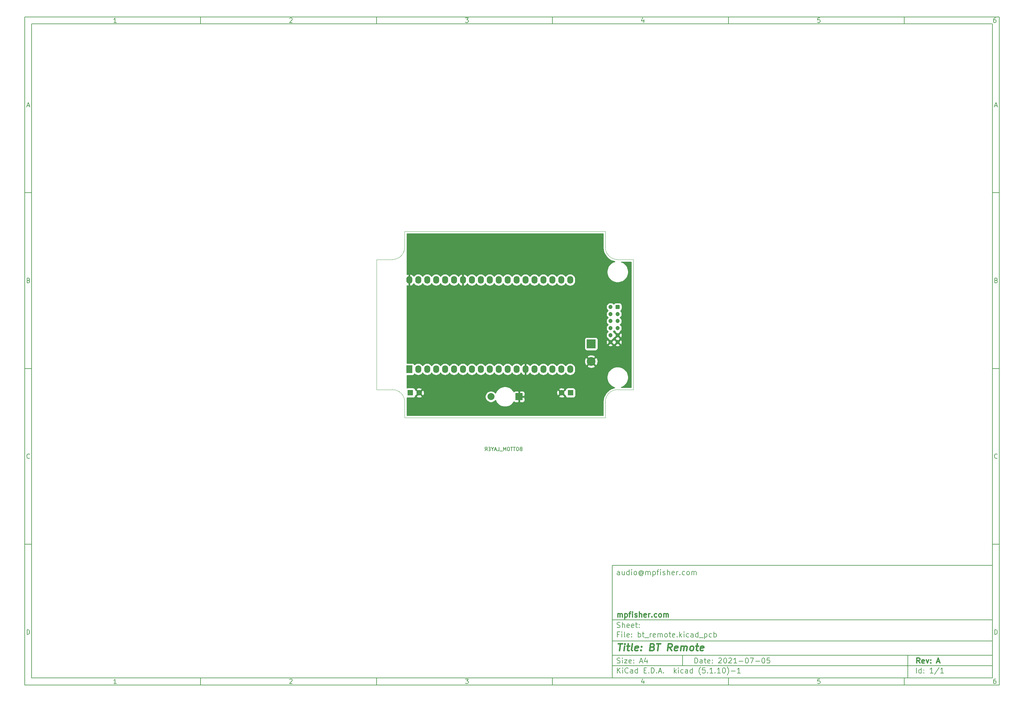
<source format=gbr>
G04 #@! TF.GenerationSoftware,KiCad,Pcbnew,(5.1.10)-1*
G04 #@! TF.CreationDate,2021-11-20T11:05:22+00:00*
G04 #@! TF.ProjectId,bt_remote,62745f72-656d-46f7-9465-2e6b69636164,A*
G04 #@! TF.SameCoordinates,PX68e7780PY7641700*
G04 #@! TF.FileFunction,Copper,L2,Bot*
G04 #@! TF.FilePolarity,Positive*
%FSLAX46Y46*%
G04 Gerber Fmt 4.6, Leading zero omitted, Abs format (unit mm)*
G04 Created by KiCad (PCBNEW (5.1.10)-1) date 2021-11-20 11:05:22*
%MOMM*%
%LPD*%
G01*
G04 APERTURE LIST*
%ADD10C,0.100000*%
%ADD11C,0.150000*%
%ADD12C,0.300000*%
%ADD13C,0.400000*%
G04 #@! TA.AperFunction,NonConductor*
%ADD14C,0.150000*%
G04 #@! TD*
G04 #@! TA.AperFunction,Profile*
%ADD15C,0.050000*%
G04 #@! TD*
G04 #@! TA.AperFunction,ComponentPad*
%ADD16C,2.000000*%
G04 #@! TD*
G04 #@! TA.AperFunction,ComponentPad*
%ADD17R,2.000000X2.000000*%
G04 #@! TD*
G04 #@! TA.AperFunction,ComponentPad*
%ADD18R,2.500000X2.500000*%
G04 #@! TD*
G04 #@! TA.AperFunction,ComponentPad*
%ADD19C,2.500000*%
G04 #@! TD*
G04 #@! TA.AperFunction,ComponentPad*
%ADD20O,1.700000X2.200000*%
G04 #@! TD*
G04 #@! TA.AperFunction,ComponentPad*
%ADD21R,1.700000X2.200000*%
G04 #@! TD*
G04 #@! TA.AperFunction,ComponentPad*
%ADD22C,1.200000*%
G04 #@! TD*
G04 #@! TA.AperFunction,ComponentPad*
%ADD23C,1.600000*%
G04 #@! TD*
G04 #@! TA.AperFunction,ComponentPad*
%ADD24R,1.600000X1.600000*%
G04 #@! TD*
G04 #@! TA.AperFunction,ViaPad*
%ADD25C,0.800000*%
G04 #@! TD*
G04 #@! TA.AperFunction,Conductor*
%ADD26C,0.254000*%
G04 #@! TD*
G04 #@! TA.AperFunction,Conductor*
%ADD27C,0.100000*%
G04 #@! TD*
G04 APERTURE END LIST*
D10*
D11*
X67002200Y-42007200D02*
X67002200Y-74007200D01*
X175002200Y-74007200D01*
X175002200Y-42007200D01*
X67002200Y-42007200D01*
D10*
D11*
X-100000000Y114000000D02*
X-100000000Y-76007200D01*
X177002200Y-76007200D01*
X177002200Y114000000D01*
X-100000000Y114000000D01*
D10*
D11*
X-98000000Y112000000D02*
X-98000000Y-74007200D01*
X175002200Y-74007200D01*
X175002200Y112000000D01*
X-98000000Y112000000D01*
D10*
D11*
X-50000000Y112000000D02*
X-50000000Y114000000D01*
D10*
D11*
X0Y112000000D02*
X0Y114000000D01*
D10*
D11*
X50000000Y112000000D02*
X50000000Y114000000D01*
D10*
D11*
X100000000Y112000000D02*
X100000000Y114000000D01*
D10*
D11*
X150000000Y112000000D02*
X150000000Y114000000D01*
D10*
D11*
X-73934524Y112411905D02*
X-74677381Y112411905D01*
X-74305953Y112411905D02*
X-74305953Y113711905D01*
X-74429762Y113526191D01*
X-74553572Y113402381D01*
X-74677381Y113340477D01*
D10*
D11*
X-24677381Y113588096D02*
X-24615477Y113650000D01*
X-24491667Y113711905D01*
X-24182143Y113711905D01*
X-24058334Y113650000D01*
X-23996429Y113588096D01*
X-23934524Y113464286D01*
X-23934524Y113340477D01*
X-23996429Y113154762D01*
X-24739286Y112411905D01*
X-23934524Y112411905D01*
D10*
D11*
X25260714Y113711905D02*
X26065476Y113711905D01*
X25632142Y113216667D01*
X25817857Y113216667D01*
X25941666Y113154762D01*
X26003571Y113092858D01*
X26065476Y112969048D01*
X26065476Y112659524D01*
X26003571Y112535715D01*
X25941666Y112473810D01*
X25817857Y112411905D01*
X25446428Y112411905D01*
X25322619Y112473810D01*
X25260714Y112535715D01*
D10*
D11*
X75941666Y113278572D02*
X75941666Y112411905D01*
X75632142Y113773810D02*
X75322619Y112845239D01*
X76127380Y112845239D01*
D10*
D11*
X126003571Y113711905D02*
X125384523Y113711905D01*
X125322619Y113092858D01*
X125384523Y113154762D01*
X125508333Y113216667D01*
X125817857Y113216667D01*
X125941666Y113154762D01*
X126003571Y113092858D01*
X126065476Y112969048D01*
X126065476Y112659524D01*
X126003571Y112535715D01*
X125941666Y112473810D01*
X125817857Y112411905D01*
X125508333Y112411905D01*
X125384523Y112473810D01*
X125322619Y112535715D01*
D10*
D11*
X175941666Y113711905D02*
X175694047Y113711905D01*
X175570238Y113650000D01*
X175508333Y113588096D01*
X175384523Y113402381D01*
X175322619Y113154762D01*
X175322619Y112659524D01*
X175384523Y112535715D01*
X175446428Y112473810D01*
X175570238Y112411905D01*
X175817857Y112411905D01*
X175941666Y112473810D01*
X176003571Y112535715D01*
X176065476Y112659524D01*
X176065476Y112969048D01*
X176003571Y113092858D01*
X175941666Y113154762D01*
X175817857Y113216667D01*
X175570238Y113216667D01*
X175446428Y113154762D01*
X175384523Y113092858D01*
X175322619Y112969048D01*
D10*
D11*
X-50000000Y-74007200D02*
X-50000000Y-76007200D01*
D10*
D11*
X0Y-74007200D02*
X0Y-76007200D01*
D10*
D11*
X50000000Y-74007200D02*
X50000000Y-76007200D01*
D10*
D11*
X100000000Y-74007200D02*
X100000000Y-76007200D01*
D10*
D11*
X150000000Y-74007200D02*
X150000000Y-76007200D01*
D10*
D11*
X-73934524Y-75595295D02*
X-74677381Y-75595295D01*
X-74305953Y-75595295D02*
X-74305953Y-74295295D01*
X-74429762Y-74481009D01*
X-74553572Y-74604819D01*
X-74677381Y-74666723D01*
D10*
D11*
X-24677381Y-74419104D02*
X-24615477Y-74357200D01*
X-24491667Y-74295295D01*
X-24182143Y-74295295D01*
X-24058334Y-74357200D01*
X-23996429Y-74419104D01*
X-23934524Y-74542914D01*
X-23934524Y-74666723D01*
X-23996429Y-74852438D01*
X-24739286Y-75595295D01*
X-23934524Y-75595295D01*
D10*
D11*
X25260714Y-74295295D02*
X26065476Y-74295295D01*
X25632142Y-74790533D01*
X25817857Y-74790533D01*
X25941666Y-74852438D01*
X26003571Y-74914342D01*
X26065476Y-75038152D01*
X26065476Y-75347676D01*
X26003571Y-75471485D01*
X25941666Y-75533390D01*
X25817857Y-75595295D01*
X25446428Y-75595295D01*
X25322619Y-75533390D01*
X25260714Y-75471485D01*
D10*
D11*
X75941666Y-74728628D02*
X75941666Y-75595295D01*
X75632142Y-74233390D02*
X75322619Y-75161961D01*
X76127380Y-75161961D01*
D10*
D11*
X126003571Y-74295295D02*
X125384523Y-74295295D01*
X125322619Y-74914342D01*
X125384523Y-74852438D01*
X125508333Y-74790533D01*
X125817857Y-74790533D01*
X125941666Y-74852438D01*
X126003571Y-74914342D01*
X126065476Y-75038152D01*
X126065476Y-75347676D01*
X126003571Y-75471485D01*
X125941666Y-75533390D01*
X125817857Y-75595295D01*
X125508333Y-75595295D01*
X125384523Y-75533390D01*
X125322619Y-75471485D01*
D10*
D11*
X175941666Y-74295295D02*
X175694047Y-74295295D01*
X175570238Y-74357200D01*
X175508333Y-74419104D01*
X175384523Y-74604819D01*
X175322619Y-74852438D01*
X175322619Y-75347676D01*
X175384523Y-75471485D01*
X175446428Y-75533390D01*
X175570238Y-75595295D01*
X175817857Y-75595295D01*
X175941666Y-75533390D01*
X176003571Y-75471485D01*
X176065476Y-75347676D01*
X176065476Y-75038152D01*
X176003571Y-74914342D01*
X175941666Y-74852438D01*
X175817857Y-74790533D01*
X175570238Y-74790533D01*
X175446428Y-74852438D01*
X175384523Y-74914342D01*
X175322619Y-75038152D01*
D10*
D11*
X-100000000Y64000000D02*
X-98000000Y64000000D01*
D10*
D11*
X-100000000Y14000000D02*
X-98000000Y14000000D01*
D10*
D11*
X-100000000Y-36000000D02*
X-98000000Y-36000000D01*
D10*
D11*
X-99309524Y88783334D02*
X-98690477Y88783334D01*
X-99433334Y88411905D02*
X-99000000Y89711905D01*
X-98566667Y88411905D01*
D10*
D11*
X-98907143Y39092858D02*
X-98721429Y39030953D01*
X-98659524Y38969048D01*
X-98597620Y38845239D01*
X-98597620Y38659524D01*
X-98659524Y38535715D01*
X-98721429Y38473810D01*
X-98845239Y38411905D01*
X-99340477Y38411905D01*
X-99340477Y39711905D01*
X-98907143Y39711905D01*
X-98783334Y39650000D01*
X-98721429Y39588096D01*
X-98659524Y39464286D01*
X-98659524Y39340477D01*
X-98721429Y39216667D01*
X-98783334Y39154762D01*
X-98907143Y39092858D01*
X-99340477Y39092858D01*
D10*
D11*
X-98597620Y-11464285D02*
X-98659524Y-11526190D01*
X-98845239Y-11588095D01*
X-98969048Y-11588095D01*
X-99154762Y-11526190D01*
X-99278572Y-11402380D01*
X-99340477Y-11278571D01*
X-99402381Y-11030952D01*
X-99402381Y-10845238D01*
X-99340477Y-10597619D01*
X-99278572Y-10473809D01*
X-99154762Y-10350000D01*
X-98969048Y-10288095D01*
X-98845239Y-10288095D01*
X-98659524Y-10350000D01*
X-98597620Y-10411904D01*
D10*
D11*
X-99340477Y-61588095D02*
X-99340477Y-60288095D01*
X-99030953Y-60288095D01*
X-98845239Y-60350000D01*
X-98721429Y-60473809D01*
X-98659524Y-60597619D01*
X-98597620Y-60845238D01*
X-98597620Y-61030952D01*
X-98659524Y-61278571D01*
X-98721429Y-61402380D01*
X-98845239Y-61526190D01*
X-99030953Y-61588095D01*
X-99340477Y-61588095D01*
D10*
D11*
X177002200Y64000000D02*
X175002200Y64000000D01*
D10*
D11*
X177002200Y14000000D02*
X175002200Y14000000D01*
D10*
D11*
X177002200Y-36000000D02*
X175002200Y-36000000D01*
D10*
D11*
X175692676Y88783334D02*
X176311723Y88783334D01*
X175568866Y88411905D02*
X176002200Y89711905D01*
X176435533Y88411905D01*
D10*
D11*
X176095057Y39092858D02*
X176280771Y39030953D01*
X176342676Y38969048D01*
X176404580Y38845239D01*
X176404580Y38659524D01*
X176342676Y38535715D01*
X176280771Y38473810D01*
X176156961Y38411905D01*
X175661723Y38411905D01*
X175661723Y39711905D01*
X176095057Y39711905D01*
X176218866Y39650000D01*
X176280771Y39588096D01*
X176342676Y39464286D01*
X176342676Y39340477D01*
X176280771Y39216667D01*
X176218866Y39154762D01*
X176095057Y39092858D01*
X175661723Y39092858D01*
D10*
D11*
X176404580Y-11464285D02*
X176342676Y-11526190D01*
X176156961Y-11588095D01*
X176033152Y-11588095D01*
X175847438Y-11526190D01*
X175723628Y-11402380D01*
X175661723Y-11278571D01*
X175599819Y-11030952D01*
X175599819Y-10845238D01*
X175661723Y-10597619D01*
X175723628Y-10473809D01*
X175847438Y-10350000D01*
X176033152Y-10288095D01*
X176156961Y-10288095D01*
X176342676Y-10350000D01*
X176404580Y-10411904D01*
D10*
D11*
X175661723Y-61588095D02*
X175661723Y-60288095D01*
X175971247Y-60288095D01*
X176156961Y-60350000D01*
X176280771Y-60473809D01*
X176342676Y-60597619D01*
X176404580Y-60845238D01*
X176404580Y-61030952D01*
X176342676Y-61278571D01*
X176280771Y-61402380D01*
X176156961Y-61526190D01*
X175971247Y-61588095D01*
X175661723Y-61588095D01*
D10*
D11*
X90434342Y-69785771D02*
X90434342Y-68285771D01*
X90791485Y-68285771D01*
X91005771Y-68357200D01*
X91148628Y-68500057D01*
X91220057Y-68642914D01*
X91291485Y-68928628D01*
X91291485Y-69142914D01*
X91220057Y-69428628D01*
X91148628Y-69571485D01*
X91005771Y-69714342D01*
X90791485Y-69785771D01*
X90434342Y-69785771D01*
X92577200Y-69785771D02*
X92577200Y-69000057D01*
X92505771Y-68857200D01*
X92362914Y-68785771D01*
X92077200Y-68785771D01*
X91934342Y-68857200D01*
X92577200Y-69714342D02*
X92434342Y-69785771D01*
X92077200Y-69785771D01*
X91934342Y-69714342D01*
X91862914Y-69571485D01*
X91862914Y-69428628D01*
X91934342Y-69285771D01*
X92077200Y-69214342D01*
X92434342Y-69214342D01*
X92577200Y-69142914D01*
X93077200Y-68785771D02*
X93648628Y-68785771D01*
X93291485Y-68285771D02*
X93291485Y-69571485D01*
X93362914Y-69714342D01*
X93505771Y-69785771D01*
X93648628Y-69785771D01*
X94720057Y-69714342D02*
X94577200Y-69785771D01*
X94291485Y-69785771D01*
X94148628Y-69714342D01*
X94077200Y-69571485D01*
X94077200Y-69000057D01*
X94148628Y-68857200D01*
X94291485Y-68785771D01*
X94577200Y-68785771D01*
X94720057Y-68857200D01*
X94791485Y-69000057D01*
X94791485Y-69142914D01*
X94077200Y-69285771D01*
X95434342Y-69642914D02*
X95505771Y-69714342D01*
X95434342Y-69785771D01*
X95362914Y-69714342D01*
X95434342Y-69642914D01*
X95434342Y-69785771D01*
X95434342Y-68857200D02*
X95505771Y-68928628D01*
X95434342Y-69000057D01*
X95362914Y-68928628D01*
X95434342Y-68857200D01*
X95434342Y-69000057D01*
X97220057Y-68428628D02*
X97291485Y-68357200D01*
X97434342Y-68285771D01*
X97791485Y-68285771D01*
X97934342Y-68357200D01*
X98005771Y-68428628D01*
X98077200Y-68571485D01*
X98077200Y-68714342D01*
X98005771Y-68928628D01*
X97148628Y-69785771D01*
X98077200Y-69785771D01*
X99005771Y-68285771D02*
X99148628Y-68285771D01*
X99291485Y-68357200D01*
X99362914Y-68428628D01*
X99434342Y-68571485D01*
X99505771Y-68857200D01*
X99505771Y-69214342D01*
X99434342Y-69500057D01*
X99362914Y-69642914D01*
X99291485Y-69714342D01*
X99148628Y-69785771D01*
X99005771Y-69785771D01*
X98862914Y-69714342D01*
X98791485Y-69642914D01*
X98720057Y-69500057D01*
X98648628Y-69214342D01*
X98648628Y-68857200D01*
X98720057Y-68571485D01*
X98791485Y-68428628D01*
X98862914Y-68357200D01*
X99005771Y-68285771D01*
X100077200Y-68428628D02*
X100148628Y-68357200D01*
X100291485Y-68285771D01*
X100648628Y-68285771D01*
X100791485Y-68357200D01*
X100862914Y-68428628D01*
X100934342Y-68571485D01*
X100934342Y-68714342D01*
X100862914Y-68928628D01*
X100005771Y-69785771D01*
X100934342Y-69785771D01*
X102362914Y-69785771D02*
X101505771Y-69785771D01*
X101934342Y-69785771D02*
X101934342Y-68285771D01*
X101791485Y-68500057D01*
X101648628Y-68642914D01*
X101505771Y-68714342D01*
X103005771Y-69214342D02*
X104148628Y-69214342D01*
X105148628Y-68285771D02*
X105291485Y-68285771D01*
X105434342Y-68357200D01*
X105505771Y-68428628D01*
X105577200Y-68571485D01*
X105648628Y-68857200D01*
X105648628Y-69214342D01*
X105577200Y-69500057D01*
X105505771Y-69642914D01*
X105434342Y-69714342D01*
X105291485Y-69785771D01*
X105148628Y-69785771D01*
X105005771Y-69714342D01*
X104934342Y-69642914D01*
X104862914Y-69500057D01*
X104791485Y-69214342D01*
X104791485Y-68857200D01*
X104862914Y-68571485D01*
X104934342Y-68428628D01*
X105005771Y-68357200D01*
X105148628Y-68285771D01*
X106148628Y-68285771D02*
X107148628Y-68285771D01*
X106505771Y-69785771D01*
X107720057Y-69214342D02*
X108862914Y-69214342D01*
X109862914Y-68285771D02*
X110005771Y-68285771D01*
X110148628Y-68357200D01*
X110220057Y-68428628D01*
X110291485Y-68571485D01*
X110362914Y-68857200D01*
X110362914Y-69214342D01*
X110291485Y-69500057D01*
X110220057Y-69642914D01*
X110148628Y-69714342D01*
X110005771Y-69785771D01*
X109862914Y-69785771D01*
X109720057Y-69714342D01*
X109648628Y-69642914D01*
X109577200Y-69500057D01*
X109505771Y-69214342D01*
X109505771Y-68857200D01*
X109577200Y-68571485D01*
X109648628Y-68428628D01*
X109720057Y-68357200D01*
X109862914Y-68285771D01*
X111720057Y-68285771D02*
X111005771Y-68285771D01*
X110934342Y-69000057D01*
X111005771Y-68928628D01*
X111148628Y-68857200D01*
X111505771Y-68857200D01*
X111648628Y-68928628D01*
X111720057Y-69000057D01*
X111791485Y-69142914D01*
X111791485Y-69500057D01*
X111720057Y-69642914D01*
X111648628Y-69714342D01*
X111505771Y-69785771D01*
X111148628Y-69785771D01*
X111005771Y-69714342D01*
X110934342Y-69642914D01*
D10*
D11*
X67002200Y-70507200D02*
X175002200Y-70507200D01*
D10*
D11*
X68434342Y-72585771D02*
X68434342Y-71085771D01*
X69291485Y-72585771D02*
X68648628Y-71728628D01*
X69291485Y-71085771D02*
X68434342Y-71942914D01*
X69934342Y-72585771D02*
X69934342Y-71585771D01*
X69934342Y-71085771D02*
X69862914Y-71157200D01*
X69934342Y-71228628D01*
X70005771Y-71157200D01*
X69934342Y-71085771D01*
X69934342Y-71228628D01*
X71505771Y-72442914D02*
X71434342Y-72514342D01*
X71220057Y-72585771D01*
X71077200Y-72585771D01*
X70862914Y-72514342D01*
X70720057Y-72371485D01*
X70648628Y-72228628D01*
X70577200Y-71942914D01*
X70577200Y-71728628D01*
X70648628Y-71442914D01*
X70720057Y-71300057D01*
X70862914Y-71157200D01*
X71077200Y-71085771D01*
X71220057Y-71085771D01*
X71434342Y-71157200D01*
X71505771Y-71228628D01*
X72791485Y-72585771D02*
X72791485Y-71800057D01*
X72720057Y-71657200D01*
X72577200Y-71585771D01*
X72291485Y-71585771D01*
X72148628Y-71657200D01*
X72791485Y-72514342D02*
X72648628Y-72585771D01*
X72291485Y-72585771D01*
X72148628Y-72514342D01*
X72077200Y-72371485D01*
X72077200Y-72228628D01*
X72148628Y-72085771D01*
X72291485Y-72014342D01*
X72648628Y-72014342D01*
X72791485Y-71942914D01*
X74148628Y-72585771D02*
X74148628Y-71085771D01*
X74148628Y-72514342D02*
X74005771Y-72585771D01*
X73720057Y-72585771D01*
X73577200Y-72514342D01*
X73505771Y-72442914D01*
X73434342Y-72300057D01*
X73434342Y-71871485D01*
X73505771Y-71728628D01*
X73577200Y-71657200D01*
X73720057Y-71585771D01*
X74005771Y-71585771D01*
X74148628Y-71657200D01*
X76005771Y-71800057D02*
X76505771Y-71800057D01*
X76720057Y-72585771D02*
X76005771Y-72585771D01*
X76005771Y-71085771D01*
X76720057Y-71085771D01*
X77362914Y-72442914D02*
X77434342Y-72514342D01*
X77362914Y-72585771D01*
X77291485Y-72514342D01*
X77362914Y-72442914D01*
X77362914Y-72585771D01*
X78077200Y-72585771D02*
X78077200Y-71085771D01*
X78434342Y-71085771D01*
X78648628Y-71157200D01*
X78791485Y-71300057D01*
X78862914Y-71442914D01*
X78934342Y-71728628D01*
X78934342Y-71942914D01*
X78862914Y-72228628D01*
X78791485Y-72371485D01*
X78648628Y-72514342D01*
X78434342Y-72585771D01*
X78077200Y-72585771D01*
X79577200Y-72442914D02*
X79648628Y-72514342D01*
X79577200Y-72585771D01*
X79505771Y-72514342D01*
X79577200Y-72442914D01*
X79577200Y-72585771D01*
X80220057Y-72157200D02*
X80934342Y-72157200D01*
X80077200Y-72585771D02*
X80577200Y-71085771D01*
X81077200Y-72585771D01*
X81577200Y-72442914D02*
X81648628Y-72514342D01*
X81577200Y-72585771D01*
X81505771Y-72514342D01*
X81577200Y-72442914D01*
X81577200Y-72585771D01*
X84577200Y-72585771D02*
X84577200Y-71085771D01*
X84720057Y-72014342D02*
X85148628Y-72585771D01*
X85148628Y-71585771D02*
X84577200Y-72157200D01*
X85791485Y-72585771D02*
X85791485Y-71585771D01*
X85791485Y-71085771D02*
X85720057Y-71157200D01*
X85791485Y-71228628D01*
X85862914Y-71157200D01*
X85791485Y-71085771D01*
X85791485Y-71228628D01*
X87148628Y-72514342D02*
X87005771Y-72585771D01*
X86720057Y-72585771D01*
X86577200Y-72514342D01*
X86505771Y-72442914D01*
X86434342Y-72300057D01*
X86434342Y-71871485D01*
X86505771Y-71728628D01*
X86577200Y-71657200D01*
X86720057Y-71585771D01*
X87005771Y-71585771D01*
X87148628Y-71657200D01*
X88434342Y-72585771D02*
X88434342Y-71800057D01*
X88362914Y-71657200D01*
X88220057Y-71585771D01*
X87934342Y-71585771D01*
X87791485Y-71657200D01*
X88434342Y-72514342D02*
X88291485Y-72585771D01*
X87934342Y-72585771D01*
X87791485Y-72514342D01*
X87720057Y-72371485D01*
X87720057Y-72228628D01*
X87791485Y-72085771D01*
X87934342Y-72014342D01*
X88291485Y-72014342D01*
X88434342Y-71942914D01*
X89791485Y-72585771D02*
X89791485Y-71085771D01*
X89791485Y-72514342D02*
X89648628Y-72585771D01*
X89362914Y-72585771D01*
X89220057Y-72514342D01*
X89148628Y-72442914D01*
X89077200Y-72300057D01*
X89077200Y-71871485D01*
X89148628Y-71728628D01*
X89220057Y-71657200D01*
X89362914Y-71585771D01*
X89648628Y-71585771D01*
X89791485Y-71657200D01*
X92077200Y-73157200D02*
X92005771Y-73085771D01*
X91862914Y-72871485D01*
X91791485Y-72728628D01*
X91720057Y-72514342D01*
X91648628Y-72157200D01*
X91648628Y-71871485D01*
X91720057Y-71514342D01*
X91791485Y-71300057D01*
X91862914Y-71157200D01*
X92005771Y-70942914D01*
X92077200Y-70871485D01*
X93362914Y-71085771D02*
X92648628Y-71085771D01*
X92577200Y-71800057D01*
X92648628Y-71728628D01*
X92791485Y-71657200D01*
X93148628Y-71657200D01*
X93291485Y-71728628D01*
X93362914Y-71800057D01*
X93434342Y-71942914D01*
X93434342Y-72300057D01*
X93362914Y-72442914D01*
X93291485Y-72514342D01*
X93148628Y-72585771D01*
X92791485Y-72585771D01*
X92648628Y-72514342D01*
X92577200Y-72442914D01*
X94077200Y-72442914D02*
X94148628Y-72514342D01*
X94077200Y-72585771D01*
X94005771Y-72514342D01*
X94077200Y-72442914D01*
X94077200Y-72585771D01*
X95577200Y-72585771D02*
X94720057Y-72585771D01*
X95148628Y-72585771D02*
X95148628Y-71085771D01*
X95005771Y-71300057D01*
X94862914Y-71442914D01*
X94720057Y-71514342D01*
X96220057Y-72442914D02*
X96291485Y-72514342D01*
X96220057Y-72585771D01*
X96148628Y-72514342D01*
X96220057Y-72442914D01*
X96220057Y-72585771D01*
X97720057Y-72585771D02*
X96862914Y-72585771D01*
X97291485Y-72585771D02*
X97291485Y-71085771D01*
X97148628Y-71300057D01*
X97005771Y-71442914D01*
X96862914Y-71514342D01*
X98648628Y-71085771D02*
X98791485Y-71085771D01*
X98934342Y-71157200D01*
X99005771Y-71228628D01*
X99077200Y-71371485D01*
X99148628Y-71657200D01*
X99148628Y-72014342D01*
X99077200Y-72300057D01*
X99005771Y-72442914D01*
X98934342Y-72514342D01*
X98791485Y-72585771D01*
X98648628Y-72585771D01*
X98505771Y-72514342D01*
X98434342Y-72442914D01*
X98362914Y-72300057D01*
X98291485Y-72014342D01*
X98291485Y-71657200D01*
X98362914Y-71371485D01*
X98434342Y-71228628D01*
X98505771Y-71157200D01*
X98648628Y-71085771D01*
X99648628Y-73157200D02*
X99720057Y-73085771D01*
X99862914Y-72871485D01*
X99934342Y-72728628D01*
X100005771Y-72514342D01*
X100077200Y-72157200D01*
X100077200Y-71871485D01*
X100005771Y-71514342D01*
X99934342Y-71300057D01*
X99862914Y-71157200D01*
X99720057Y-70942914D01*
X99648628Y-70871485D01*
X100791485Y-72014342D02*
X101934342Y-72014342D01*
X103434342Y-72585771D02*
X102577200Y-72585771D01*
X103005771Y-72585771D02*
X103005771Y-71085771D01*
X102862914Y-71300057D01*
X102720057Y-71442914D01*
X102577200Y-71514342D01*
D10*
D11*
X67002200Y-67507200D02*
X175002200Y-67507200D01*
D10*
D12*
X154411485Y-69785771D02*
X153911485Y-69071485D01*
X153554342Y-69785771D02*
X153554342Y-68285771D01*
X154125771Y-68285771D01*
X154268628Y-68357200D01*
X154340057Y-68428628D01*
X154411485Y-68571485D01*
X154411485Y-68785771D01*
X154340057Y-68928628D01*
X154268628Y-69000057D01*
X154125771Y-69071485D01*
X153554342Y-69071485D01*
X155625771Y-69714342D02*
X155482914Y-69785771D01*
X155197200Y-69785771D01*
X155054342Y-69714342D01*
X154982914Y-69571485D01*
X154982914Y-69000057D01*
X155054342Y-68857200D01*
X155197200Y-68785771D01*
X155482914Y-68785771D01*
X155625771Y-68857200D01*
X155697200Y-69000057D01*
X155697200Y-69142914D01*
X154982914Y-69285771D01*
X156197200Y-68785771D02*
X156554342Y-69785771D01*
X156911485Y-68785771D01*
X157482914Y-69642914D02*
X157554342Y-69714342D01*
X157482914Y-69785771D01*
X157411485Y-69714342D01*
X157482914Y-69642914D01*
X157482914Y-69785771D01*
X157482914Y-68857200D02*
X157554342Y-68928628D01*
X157482914Y-69000057D01*
X157411485Y-68928628D01*
X157482914Y-68857200D01*
X157482914Y-69000057D01*
X159268628Y-69357200D02*
X159982914Y-69357200D01*
X159125771Y-69785771D02*
X159625771Y-68285771D01*
X160125771Y-69785771D01*
D10*
D11*
X68362914Y-69714342D02*
X68577200Y-69785771D01*
X68934342Y-69785771D01*
X69077200Y-69714342D01*
X69148628Y-69642914D01*
X69220057Y-69500057D01*
X69220057Y-69357200D01*
X69148628Y-69214342D01*
X69077200Y-69142914D01*
X68934342Y-69071485D01*
X68648628Y-69000057D01*
X68505771Y-68928628D01*
X68434342Y-68857200D01*
X68362914Y-68714342D01*
X68362914Y-68571485D01*
X68434342Y-68428628D01*
X68505771Y-68357200D01*
X68648628Y-68285771D01*
X69005771Y-68285771D01*
X69220057Y-68357200D01*
X69862914Y-69785771D02*
X69862914Y-68785771D01*
X69862914Y-68285771D02*
X69791485Y-68357200D01*
X69862914Y-68428628D01*
X69934342Y-68357200D01*
X69862914Y-68285771D01*
X69862914Y-68428628D01*
X70434342Y-68785771D02*
X71220057Y-68785771D01*
X70434342Y-69785771D01*
X71220057Y-69785771D01*
X72362914Y-69714342D02*
X72220057Y-69785771D01*
X71934342Y-69785771D01*
X71791485Y-69714342D01*
X71720057Y-69571485D01*
X71720057Y-69000057D01*
X71791485Y-68857200D01*
X71934342Y-68785771D01*
X72220057Y-68785771D01*
X72362914Y-68857200D01*
X72434342Y-69000057D01*
X72434342Y-69142914D01*
X71720057Y-69285771D01*
X73077200Y-69642914D02*
X73148628Y-69714342D01*
X73077200Y-69785771D01*
X73005771Y-69714342D01*
X73077200Y-69642914D01*
X73077200Y-69785771D01*
X73077200Y-68857200D02*
X73148628Y-68928628D01*
X73077200Y-69000057D01*
X73005771Y-68928628D01*
X73077200Y-68857200D01*
X73077200Y-69000057D01*
X74862914Y-69357200D02*
X75577200Y-69357200D01*
X74720057Y-69785771D02*
X75220057Y-68285771D01*
X75720057Y-69785771D01*
X76862914Y-68785771D02*
X76862914Y-69785771D01*
X76505771Y-68214342D02*
X76148628Y-69285771D01*
X77077200Y-69285771D01*
D10*
D11*
X153434342Y-72585771D02*
X153434342Y-71085771D01*
X154791485Y-72585771D02*
X154791485Y-71085771D01*
X154791485Y-72514342D02*
X154648628Y-72585771D01*
X154362914Y-72585771D01*
X154220057Y-72514342D01*
X154148628Y-72442914D01*
X154077200Y-72300057D01*
X154077200Y-71871485D01*
X154148628Y-71728628D01*
X154220057Y-71657200D01*
X154362914Y-71585771D01*
X154648628Y-71585771D01*
X154791485Y-71657200D01*
X155505771Y-72442914D02*
X155577200Y-72514342D01*
X155505771Y-72585771D01*
X155434342Y-72514342D01*
X155505771Y-72442914D01*
X155505771Y-72585771D01*
X155505771Y-71657200D02*
X155577200Y-71728628D01*
X155505771Y-71800057D01*
X155434342Y-71728628D01*
X155505771Y-71657200D01*
X155505771Y-71800057D01*
X158148628Y-72585771D02*
X157291485Y-72585771D01*
X157720057Y-72585771D02*
X157720057Y-71085771D01*
X157577200Y-71300057D01*
X157434342Y-71442914D01*
X157291485Y-71514342D01*
X159862914Y-71014342D02*
X158577200Y-72942914D01*
X161148628Y-72585771D02*
X160291485Y-72585771D01*
X160720057Y-72585771D02*
X160720057Y-71085771D01*
X160577200Y-71300057D01*
X160434342Y-71442914D01*
X160291485Y-71514342D01*
D10*
D11*
X67002200Y-63507200D02*
X175002200Y-63507200D01*
D10*
D13*
X68714580Y-64211961D02*
X69857438Y-64211961D01*
X69036009Y-66211961D02*
X69286009Y-64211961D01*
X70274104Y-66211961D02*
X70440771Y-64878628D01*
X70524104Y-64211961D02*
X70416961Y-64307200D01*
X70500295Y-64402438D01*
X70607438Y-64307200D01*
X70524104Y-64211961D01*
X70500295Y-64402438D01*
X71107438Y-64878628D02*
X71869342Y-64878628D01*
X71476485Y-64211961D02*
X71262200Y-65926247D01*
X71333628Y-66116723D01*
X71512200Y-66211961D01*
X71702676Y-66211961D01*
X72655057Y-66211961D02*
X72476485Y-66116723D01*
X72405057Y-65926247D01*
X72619342Y-64211961D01*
X74190771Y-66116723D02*
X73988390Y-66211961D01*
X73607438Y-66211961D01*
X73428866Y-66116723D01*
X73357438Y-65926247D01*
X73452676Y-65164342D01*
X73571723Y-64973866D01*
X73774104Y-64878628D01*
X74155057Y-64878628D01*
X74333628Y-64973866D01*
X74405057Y-65164342D01*
X74381247Y-65354819D01*
X73405057Y-65545295D01*
X75155057Y-66021485D02*
X75238390Y-66116723D01*
X75131247Y-66211961D01*
X75047914Y-66116723D01*
X75155057Y-66021485D01*
X75131247Y-66211961D01*
X75286009Y-64973866D02*
X75369342Y-65069104D01*
X75262200Y-65164342D01*
X75178866Y-65069104D01*
X75286009Y-64973866D01*
X75262200Y-65164342D01*
X78405057Y-65164342D02*
X78678866Y-65259580D01*
X78762200Y-65354819D01*
X78833628Y-65545295D01*
X78797914Y-65831009D01*
X78678866Y-66021485D01*
X78571723Y-66116723D01*
X78369342Y-66211961D01*
X77607438Y-66211961D01*
X77857438Y-64211961D01*
X78524104Y-64211961D01*
X78702676Y-64307200D01*
X78786009Y-64402438D01*
X78857438Y-64592914D01*
X78833628Y-64783390D01*
X78714580Y-64973866D01*
X78607438Y-65069104D01*
X78405057Y-65164342D01*
X77738390Y-65164342D01*
X79571723Y-64211961D02*
X80714580Y-64211961D01*
X79893152Y-66211961D02*
X80143152Y-64211961D01*
X83797914Y-66211961D02*
X83250295Y-65259580D01*
X82655057Y-66211961D02*
X82905057Y-64211961D01*
X83666961Y-64211961D01*
X83845533Y-64307200D01*
X83928866Y-64402438D01*
X84000295Y-64592914D01*
X83964580Y-64878628D01*
X83845533Y-65069104D01*
X83738390Y-65164342D01*
X83536009Y-65259580D01*
X82774104Y-65259580D01*
X85428866Y-66116723D02*
X85226485Y-66211961D01*
X84845533Y-66211961D01*
X84666961Y-66116723D01*
X84595533Y-65926247D01*
X84690771Y-65164342D01*
X84809819Y-64973866D01*
X85012200Y-64878628D01*
X85393152Y-64878628D01*
X85571723Y-64973866D01*
X85643152Y-65164342D01*
X85619342Y-65354819D01*
X84643152Y-65545295D01*
X86369342Y-66211961D02*
X86536009Y-64878628D01*
X86512200Y-65069104D02*
X86619342Y-64973866D01*
X86821723Y-64878628D01*
X87107438Y-64878628D01*
X87286009Y-64973866D01*
X87357438Y-65164342D01*
X87226485Y-66211961D01*
X87357438Y-65164342D02*
X87476485Y-64973866D01*
X87678866Y-64878628D01*
X87964580Y-64878628D01*
X88143152Y-64973866D01*
X88214580Y-65164342D01*
X88083628Y-66211961D01*
X89321723Y-66211961D02*
X89143152Y-66116723D01*
X89059819Y-66021485D01*
X88988390Y-65831009D01*
X89059819Y-65259580D01*
X89178866Y-65069104D01*
X89286009Y-64973866D01*
X89488390Y-64878628D01*
X89774104Y-64878628D01*
X89952676Y-64973866D01*
X90036009Y-65069104D01*
X90107438Y-65259580D01*
X90036009Y-65831009D01*
X89916961Y-66021485D01*
X89809819Y-66116723D01*
X89607438Y-66211961D01*
X89321723Y-66211961D01*
X90726485Y-64878628D02*
X91488390Y-64878628D01*
X91095533Y-64211961D02*
X90881247Y-65926247D01*
X90952676Y-66116723D01*
X91131247Y-66211961D01*
X91321723Y-66211961D01*
X92762200Y-66116723D02*
X92559819Y-66211961D01*
X92178866Y-66211961D01*
X92000295Y-66116723D01*
X91928866Y-65926247D01*
X92024104Y-65164342D01*
X92143152Y-64973866D01*
X92345533Y-64878628D01*
X92726485Y-64878628D01*
X92905057Y-64973866D01*
X92976485Y-65164342D01*
X92952676Y-65354819D01*
X91976485Y-65545295D01*
D10*
D11*
X68934342Y-61600057D02*
X68434342Y-61600057D01*
X68434342Y-62385771D02*
X68434342Y-60885771D01*
X69148628Y-60885771D01*
X69720057Y-62385771D02*
X69720057Y-61385771D01*
X69720057Y-60885771D02*
X69648628Y-60957200D01*
X69720057Y-61028628D01*
X69791485Y-60957200D01*
X69720057Y-60885771D01*
X69720057Y-61028628D01*
X70648628Y-62385771D02*
X70505771Y-62314342D01*
X70434342Y-62171485D01*
X70434342Y-60885771D01*
X71791485Y-62314342D02*
X71648628Y-62385771D01*
X71362914Y-62385771D01*
X71220057Y-62314342D01*
X71148628Y-62171485D01*
X71148628Y-61600057D01*
X71220057Y-61457200D01*
X71362914Y-61385771D01*
X71648628Y-61385771D01*
X71791485Y-61457200D01*
X71862914Y-61600057D01*
X71862914Y-61742914D01*
X71148628Y-61885771D01*
X72505771Y-62242914D02*
X72577200Y-62314342D01*
X72505771Y-62385771D01*
X72434342Y-62314342D01*
X72505771Y-62242914D01*
X72505771Y-62385771D01*
X72505771Y-61457200D02*
X72577200Y-61528628D01*
X72505771Y-61600057D01*
X72434342Y-61528628D01*
X72505771Y-61457200D01*
X72505771Y-61600057D01*
X74362914Y-62385771D02*
X74362914Y-60885771D01*
X74362914Y-61457200D02*
X74505771Y-61385771D01*
X74791485Y-61385771D01*
X74934342Y-61457200D01*
X75005771Y-61528628D01*
X75077200Y-61671485D01*
X75077200Y-62100057D01*
X75005771Y-62242914D01*
X74934342Y-62314342D01*
X74791485Y-62385771D01*
X74505771Y-62385771D01*
X74362914Y-62314342D01*
X75505771Y-61385771D02*
X76077200Y-61385771D01*
X75720057Y-60885771D02*
X75720057Y-62171485D01*
X75791485Y-62314342D01*
X75934342Y-62385771D01*
X76077200Y-62385771D01*
X76220057Y-62528628D02*
X77362914Y-62528628D01*
X77720057Y-62385771D02*
X77720057Y-61385771D01*
X77720057Y-61671485D02*
X77791485Y-61528628D01*
X77862914Y-61457200D01*
X78005771Y-61385771D01*
X78148628Y-61385771D01*
X79220057Y-62314342D02*
X79077200Y-62385771D01*
X78791485Y-62385771D01*
X78648628Y-62314342D01*
X78577200Y-62171485D01*
X78577200Y-61600057D01*
X78648628Y-61457200D01*
X78791485Y-61385771D01*
X79077200Y-61385771D01*
X79220057Y-61457200D01*
X79291485Y-61600057D01*
X79291485Y-61742914D01*
X78577200Y-61885771D01*
X79934342Y-62385771D02*
X79934342Y-61385771D01*
X79934342Y-61528628D02*
X80005771Y-61457200D01*
X80148628Y-61385771D01*
X80362914Y-61385771D01*
X80505771Y-61457200D01*
X80577200Y-61600057D01*
X80577200Y-62385771D01*
X80577200Y-61600057D02*
X80648628Y-61457200D01*
X80791485Y-61385771D01*
X81005771Y-61385771D01*
X81148628Y-61457200D01*
X81220057Y-61600057D01*
X81220057Y-62385771D01*
X82148628Y-62385771D02*
X82005771Y-62314342D01*
X81934342Y-62242914D01*
X81862914Y-62100057D01*
X81862914Y-61671485D01*
X81934342Y-61528628D01*
X82005771Y-61457200D01*
X82148628Y-61385771D01*
X82362914Y-61385771D01*
X82505771Y-61457200D01*
X82577200Y-61528628D01*
X82648628Y-61671485D01*
X82648628Y-62100057D01*
X82577200Y-62242914D01*
X82505771Y-62314342D01*
X82362914Y-62385771D01*
X82148628Y-62385771D01*
X83077200Y-61385771D02*
X83648628Y-61385771D01*
X83291485Y-60885771D02*
X83291485Y-62171485D01*
X83362914Y-62314342D01*
X83505771Y-62385771D01*
X83648628Y-62385771D01*
X84720057Y-62314342D02*
X84577200Y-62385771D01*
X84291485Y-62385771D01*
X84148628Y-62314342D01*
X84077200Y-62171485D01*
X84077200Y-61600057D01*
X84148628Y-61457200D01*
X84291485Y-61385771D01*
X84577200Y-61385771D01*
X84720057Y-61457200D01*
X84791485Y-61600057D01*
X84791485Y-61742914D01*
X84077200Y-61885771D01*
X85434342Y-62242914D02*
X85505771Y-62314342D01*
X85434342Y-62385771D01*
X85362914Y-62314342D01*
X85434342Y-62242914D01*
X85434342Y-62385771D01*
X86148628Y-62385771D02*
X86148628Y-60885771D01*
X86291485Y-61814342D02*
X86720057Y-62385771D01*
X86720057Y-61385771D02*
X86148628Y-61957200D01*
X87362914Y-62385771D02*
X87362914Y-61385771D01*
X87362914Y-60885771D02*
X87291485Y-60957200D01*
X87362914Y-61028628D01*
X87434342Y-60957200D01*
X87362914Y-60885771D01*
X87362914Y-61028628D01*
X88720057Y-62314342D02*
X88577200Y-62385771D01*
X88291485Y-62385771D01*
X88148628Y-62314342D01*
X88077200Y-62242914D01*
X88005771Y-62100057D01*
X88005771Y-61671485D01*
X88077200Y-61528628D01*
X88148628Y-61457200D01*
X88291485Y-61385771D01*
X88577200Y-61385771D01*
X88720057Y-61457200D01*
X90005771Y-62385771D02*
X90005771Y-61600057D01*
X89934342Y-61457200D01*
X89791485Y-61385771D01*
X89505771Y-61385771D01*
X89362914Y-61457200D01*
X90005771Y-62314342D02*
X89862914Y-62385771D01*
X89505771Y-62385771D01*
X89362914Y-62314342D01*
X89291485Y-62171485D01*
X89291485Y-62028628D01*
X89362914Y-61885771D01*
X89505771Y-61814342D01*
X89862914Y-61814342D01*
X90005771Y-61742914D01*
X91362914Y-62385771D02*
X91362914Y-60885771D01*
X91362914Y-62314342D02*
X91220057Y-62385771D01*
X90934342Y-62385771D01*
X90791485Y-62314342D01*
X90720057Y-62242914D01*
X90648628Y-62100057D01*
X90648628Y-61671485D01*
X90720057Y-61528628D01*
X90791485Y-61457200D01*
X90934342Y-61385771D01*
X91220057Y-61385771D01*
X91362914Y-61457200D01*
X91720057Y-62528628D02*
X92862914Y-62528628D01*
X93220057Y-61385771D02*
X93220057Y-62885771D01*
X93220057Y-61457200D02*
X93362914Y-61385771D01*
X93648628Y-61385771D01*
X93791485Y-61457200D01*
X93862914Y-61528628D01*
X93934342Y-61671485D01*
X93934342Y-62100057D01*
X93862914Y-62242914D01*
X93791485Y-62314342D01*
X93648628Y-62385771D01*
X93362914Y-62385771D01*
X93220057Y-62314342D01*
X95220057Y-62314342D02*
X95077200Y-62385771D01*
X94791485Y-62385771D01*
X94648628Y-62314342D01*
X94577200Y-62242914D01*
X94505771Y-62100057D01*
X94505771Y-61671485D01*
X94577200Y-61528628D01*
X94648628Y-61457200D01*
X94791485Y-61385771D01*
X95077200Y-61385771D01*
X95220057Y-61457200D01*
X95862914Y-62385771D02*
X95862914Y-60885771D01*
X95862914Y-61457200D02*
X96005771Y-61385771D01*
X96291485Y-61385771D01*
X96434342Y-61457200D01*
X96505771Y-61528628D01*
X96577200Y-61671485D01*
X96577200Y-62100057D01*
X96505771Y-62242914D01*
X96434342Y-62314342D01*
X96291485Y-62385771D01*
X96005771Y-62385771D01*
X95862914Y-62314342D01*
D10*
D11*
X67002200Y-57507200D02*
X175002200Y-57507200D01*
D10*
D11*
X68362914Y-59614342D02*
X68577200Y-59685771D01*
X68934342Y-59685771D01*
X69077200Y-59614342D01*
X69148628Y-59542914D01*
X69220057Y-59400057D01*
X69220057Y-59257200D01*
X69148628Y-59114342D01*
X69077200Y-59042914D01*
X68934342Y-58971485D01*
X68648628Y-58900057D01*
X68505771Y-58828628D01*
X68434342Y-58757200D01*
X68362914Y-58614342D01*
X68362914Y-58471485D01*
X68434342Y-58328628D01*
X68505771Y-58257200D01*
X68648628Y-58185771D01*
X69005771Y-58185771D01*
X69220057Y-58257200D01*
X69862914Y-59685771D02*
X69862914Y-58185771D01*
X70505771Y-59685771D02*
X70505771Y-58900057D01*
X70434342Y-58757200D01*
X70291485Y-58685771D01*
X70077200Y-58685771D01*
X69934342Y-58757200D01*
X69862914Y-58828628D01*
X71791485Y-59614342D02*
X71648628Y-59685771D01*
X71362914Y-59685771D01*
X71220057Y-59614342D01*
X71148628Y-59471485D01*
X71148628Y-58900057D01*
X71220057Y-58757200D01*
X71362914Y-58685771D01*
X71648628Y-58685771D01*
X71791485Y-58757200D01*
X71862914Y-58900057D01*
X71862914Y-59042914D01*
X71148628Y-59185771D01*
X73077200Y-59614342D02*
X72934342Y-59685771D01*
X72648628Y-59685771D01*
X72505771Y-59614342D01*
X72434342Y-59471485D01*
X72434342Y-58900057D01*
X72505771Y-58757200D01*
X72648628Y-58685771D01*
X72934342Y-58685771D01*
X73077200Y-58757200D01*
X73148628Y-58900057D01*
X73148628Y-59042914D01*
X72434342Y-59185771D01*
X73577200Y-58685771D02*
X74148628Y-58685771D01*
X73791485Y-58185771D02*
X73791485Y-59471485D01*
X73862914Y-59614342D01*
X74005771Y-59685771D01*
X74148628Y-59685771D01*
X74648628Y-59542914D02*
X74720057Y-59614342D01*
X74648628Y-59685771D01*
X74577200Y-59614342D01*
X74648628Y-59542914D01*
X74648628Y-59685771D01*
X74648628Y-58757200D02*
X74720057Y-58828628D01*
X74648628Y-58900057D01*
X74577200Y-58828628D01*
X74648628Y-58757200D01*
X74648628Y-58900057D01*
D10*
D12*
X68554342Y-56685771D02*
X68554342Y-55685771D01*
X68554342Y-55828628D02*
X68625771Y-55757200D01*
X68768628Y-55685771D01*
X68982914Y-55685771D01*
X69125771Y-55757200D01*
X69197200Y-55900057D01*
X69197200Y-56685771D01*
X69197200Y-55900057D02*
X69268628Y-55757200D01*
X69411485Y-55685771D01*
X69625771Y-55685771D01*
X69768628Y-55757200D01*
X69840057Y-55900057D01*
X69840057Y-56685771D01*
X70554342Y-55685771D02*
X70554342Y-57185771D01*
X70554342Y-55757200D02*
X70697200Y-55685771D01*
X70982914Y-55685771D01*
X71125771Y-55757200D01*
X71197200Y-55828628D01*
X71268628Y-55971485D01*
X71268628Y-56400057D01*
X71197200Y-56542914D01*
X71125771Y-56614342D01*
X70982914Y-56685771D01*
X70697200Y-56685771D01*
X70554342Y-56614342D01*
X71697200Y-55685771D02*
X72268628Y-55685771D01*
X71911485Y-56685771D02*
X71911485Y-55400057D01*
X71982914Y-55257200D01*
X72125771Y-55185771D01*
X72268628Y-55185771D01*
X72768628Y-56685771D02*
X72768628Y-55685771D01*
X72768628Y-55185771D02*
X72697200Y-55257200D01*
X72768628Y-55328628D01*
X72840057Y-55257200D01*
X72768628Y-55185771D01*
X72768628Y-55328628D01*
X73411485Y-56614342D02*
X73554342Y-56685771D01*
X73840057Y-56685771D01*
X73982914Y-56614342D01*
X74054342Y-56471485D01*
X74054342Y-56400057D01*
X73982914Y-56257200D01*
X73840057Y-56185771D01*
X73625771Y-56185771D01*
X73482914Y-56114342D01*
X73411485Y-55971485D01*
X73411485Y-55900057D01*
X73482914Y-55757200D01*
X73625771Y-55685771D01*
X73840057Y-55685771D01*
X73982914Y-55757200D01*
X74697200Y-56685771D02*
X74697200Y-55185771D01*
X75340057Y-56685771D02*
X75340057Y-55900057D01*
X75268628Y-55757200D01*
X75125771Y-55685771D01*
X74911485Y-55685771D01*
X74768628Y-55757200D01*
X74697200Y-55828628D01*
X76625771Y-56614342D02*
X76482914Y-56685771D01*
X76197200Y-56685771D01*
X76054342Y-56614342D01*
X75982914Y-56471485D01*
X75982914Y-55900057D01*
X76054342Y-55757200D01*
X76197200Y-55685771D01*
X76482914Y-55685771D01*
X76625771Y-55757200D01*
X76697200Y-55900057D01*
X76697200Y-56042914D01*
X75982914Y-56185771D01*
X77340057Y-56685771D02*
X77340057Y-55685771D01*
X77340057Y-55971485D02*
X77411485Y-55828628D01*
X77482914Y-55757200D01*
X77625771Y-55685771D01*
X77768628Y-55685771D01*
X78268628Y-56542914D02*
X78340057Y-56614342D01*
X78268628Y-56685771D01*
X78197200Y-56614342D01*
X78268628Y-56542914D01*
X78268628Y-56685771D01*
X79625771Y-56614342D02*
X79482914Y-56685771D01*
X79197200Y-56685771D01*
X79054342Y-56614342D01*
X78982914Y-56542914D01*
X78911485Y-56400057D01*
X78911485Y-55971485D01*
X78982914Y-55828628D01*
X79054342Y-55757200D01*
X79197200Y-55685771D01*
X79482914Y-55685771D01*
X79625771Y-55757200D01*
X80482914Y-56685771D02*
X80340057Y-56614342D01*
X80268628Y-56542914D01*
X80197200Y-56400057D01*
X80197200Y-55971485D01*
X80268628Y-55828628D01*
X80340057Y-55757200D01*
X80482914Y-55685771D01*
X80697200Y-55685771D01*
X80840057Y-55757200D01*
X80911485Y-55828628D01*
X80982914Y-55971485D01*
X80982914Y-56400057D01*
X80911485Y-56542914D01*
X80840057Y-56614342D01*
X80697200Y-56685771D01*
X80482914Y-56685771D01*
X81625771Y-56685771D02*
X81625771Y-55685771D01*
X81625771Y-55828628D02*
X81697200Y-55757200D01*
X81840057Y-55685771D01*
X82054342Y-55685771D01*
X82197200Y-55757200D01*
X82268628Y-55900057D01*
X82268628Y-56685771D01*
X82268628Y-55900057D02*
X82340057Y-55757200D01*
X82482914Y-55685771D01*
X82697200Y-55685771D01*
X82840057Y-55757200D01*
X82911485Y-55900057D01*
X82911485Y-56685771D01*
D10*
D11*
X69077200Y-44685771D02*
X69077200Y-43900057D01*
X69005771Y-43757200D01*
X68862914Y-43685771D01*
X68577200Y-43685771D01*
X68434342Y-43757200D01*
X69077200Y-44614342D02*
X68934342Y-44685771D01*
X68577200Y-44685771D01*
X68434342Y-44614342D01*
X68362914Y-44471485D01*
X68362914Y-44328628D01*
X68434342Y-44185771D01*
X68577200Y-44114342D01*
X68934342Y-44114342D01*
X69077200Y-44042914D01*
X70434342Y-43685771D02*
X70434342Y-44685771D01*
X69791485Y-43685771D02*
X69791485Y-44471485D01*
X69862914Y-44614342D01*
X70005771Y-44685771D01*
X70220057Y-44685771D01*
X70362914Y-44614342D01*
X70434342Y-44542914D01*
X71791485Y-44685771D02*
X71791485Y-43185771D01*
X71791485Y-44614342D02*
X71648628Y-44685771D01*
X71362914Y-44685771D01*
X71220057Y-44614342D01*
X71148628Y-44542914D01*
X71077200Y-44400057D01*
X71077200Y-43971485D01*
X71148628Y-43828628D01*
X71220057Y-43757200D01*
X71362914Y-43685771D01*
X71648628Y-43685771D01*
X71791485Y-43757200D01*
X72505771Y-44685771D02*
X72505771Y-43685771D01*
X72505771Y-43185771D02*
X72434342Y-43257200D01*
X72505771Y-43328628D01*
X72577200Y-43257200D01*
X72505771Y-43185771D01*
X72505771Y-43328628D01*
X73434342Y-44685771D02*
X73291485Y-44614342D01*
X73220057Y-44542914D01*
X73148628Y-44400057D01*
X73148628Y-43971485D01*
X73220057Y-43828628D01*
X73291485Y-43757200D01*
X73434342Y-43685771D01*
X73648628Y-43685771D01*
X73791485Y-43757200D01*
X73862914Y-43828628D01*
X73934342Y-43971485D01*
X73934342Y-44400057D01*
X73862914Y-44542914D01*
X73791485Y-44614342D01*
X73648628Y-44685771D01*
X73434342Y-44685771D01*
X75505771Y-43971485D02*
X75434342Y-43900057D01*
X75291485Y-43828628D01*
X75148628Y-43828628D01*
X75005771Y-43900057D01*
X74934342Y-43971485D01*
X74862914Y-44114342D01*
X74862914Y-44257200D01*
X74934342Y-44400057D01*
X75005771Y-44471485D01*
X75148628Y-44542914D01*
X75291485Y-44542914D01*
X75434342Y-44471485D01*
X75505771Y-44400057D01*
X75505771Y-43828628D02*
X75505771Y-44400057D01*
X75577200Y-44471485D01*
X75648628Y-44471485D01*
X75791485Y-44400057D01*
X75862914Y-44257200D01*
X75862914Y-43900057D01*
X75720057Y-43685771D01*
X75505771Y-43542914D01*
X75220057Y-43471485D01*
X74934342Y-43542914D01*
X74720057Y-43685771D01*
X74577200Y-43900057D01*
X74505771Y-44185771D01*
X74577200Y-44471485D01*
X74720057Y-44685771D01*
X74934342Y-44828628D01*
X75220057Y-44900057D01*
X75505771Y-44828628D01*
X75720057Y-44685771D01*
X76505771Y-44685771D02*
X76505771Y-43685771D01*
X76505771Y-43828628D02*
X76577200Y-43757200D01*
X76720057Y-43685771D01*
X76934342Y-43685771D01*
X77077200Y-43757200D01*
X77148628Y-43900057D01*
X77148628Y-44685771D01*
X77148628Y-43900057D02*
X77220057Y-43757200D01*
X77362914Y-43685771D01*
X77577200Y-43685771D01*
X77720057Y-43757200D01*
X77791485Y-43900057D01*
X77791485Y-44685771D01*
X78505771Y-43685771D02*
X78505771Y-45185771D01*
X78505771Y-43757200D02*
X78648628Y-43685771D01*
X78934342Y-43685771D01*
X79077200Y-43757200D01*
X79148628Y-43828628D01*
X79220057Y-43971485D01*
X79220057Y-44400057D01*
X79148628Y-44542914D01*
X79077200Y-44614342D01*
X78934342Y-44685771D01*
X78648628Y-44685771D01*
X78505771Y-44614342D01*
X79648628Y-43685771D02*
X80220057Y-43685771D01*
X79862914Y-44685771D02*
X79862914Y-43400057D01*
X79934342Y-43257200D01*
X80077200Y-43185771D01*
X80220057Y-43185771D01*
X80720057Y-44685771D02*
X80720057Y-43685771D01*
X80720057Y-43185771D02*
X80648628Y-43257200D01*
X80720057Y-43328628D01*
X80791485Y-43257200D01*
X80720057Y-43185771D01*
X80720057Y-43328628D01*
X81362914Y-44614342D02*
X81505771Y-44685771D01*
X81791485Y-44685771D01*
X81934342Y-44614342D01*
X82005771Y-44471485D01*
X82005771Y-44400057D01*
X81934342Y-44257200D01*
X81791485Y-44185771D01*
X81577200Y-44185771D01*
X81434342Y-44114342D01*
X81362914Y-43971485D01*
X81362914Y-43900057D01*
X81434342Y-43757200D01*
X81577200Y-43685771D01*
X81791485Y-43685771D01*
X81934342Y-43757200D01*
X82648628Y-44685771D02*
X82648628Y-43185771D01*
X83291485Y-44685771D02*
X83291485Y-43900057D01*
X83220057Y-43757200D01*
X83077200Y-43685771D01*
X82862914Y-43685771D01*
X82720057Y-43757200D01*
X82648628Y-43828628D01*
X84577200Y-44614342D02*
X84434342Y-44685771D01*
X84148628Y-44685771D01*
X84005771Y-44614342D01*
X83934342Y-44471485D01*
X83934342Y-43900057D01*
X84005771Y-43757200D01*
X84148628Y-43685771D01*
X84434342Y-43685771D01*
X84577200Y-43757200D01*
X84648628Y-43900057D01*
X84648628Y-44042914D01*
X83934342Y-44185771D01*
X85291485Y-44685771D02*
X85291485Y-43685771D01*
X85291485Y-43971485D02*
X85362914Y-43828628D01*
X85434342Y-43757200D01*
X85577200Y-43685771D01*
X85720057Y-43685771D01*
X86220057Y-44542914D02*
X86291485Y-44614342D01*
X86220057Y-44685771D01*
X86148628Y-44614342D01*
X86220057Y-44542914D01*
X86220057Y-44685771D01*
X87577200Y-44614342D02*
X87434342Y-44685771D01*
X87148628Y-44685771D01*
X87005771Y-44614342D01*
X86934342Y-44542914D01*
X86862914Y-44400057D01*
X86862914Y-43971485D01*
X86934342Y-43828628D01*
X87005771Y-43757200D01*
X87148628Y-43685771D01*
X87434342Y-43685771D01*
X87577200Y-43757200D01*
X88434342Y-44685771D02*
X88291485Y-44614342D01*
X88220057Y-44542914D01*
X88148628Y-44400057D01*
X88148628Y-43971485D01*
X88220057Y-43828628D01*
X88291485Y-43757200D01*
X88434342Y-43685771D01*
X88648628Y-43685771D01*
X88791485Y-43757200D01*
X88862914Y-43828628D01*
X88934342Y-43971485D01*
X88934342Y-44400057D01*
X88862914Y-44542914D01*
X88791485Y-44614342D01*
X88648628Y-44685771D01*
X88434342Y-44685771D01*
X89577200Y-44685771D02*
X89577200Y-43685771D01*
X89577200Y-43828628D02*
X89648628Y-43757200D01*
X89791485Y-43685771D01*
X90005771Y-43685771D01*
X90148628Y-43757200D01*
X90220057Y-43900057D01*
X90220057Y-44685771D01*
X90220057Y-43900057D02*
X90291485Y-43757200D01*
X90434342Y-43685771D01*
X90648628Y-43685771D01*
X90791485Y-43757200D01*
X90862914Y-43900057D01*
X90862914Y-44685771D01*
D10*
D11*
X87002200Y-67507200D02*
X87002200Y-70507200D01*
D10*
D11*
X151002200Y-67507200D02*
X151002200Y-74007200D01*
D14*
X41004761Y-8828571D02*
X40861904Y-8876190D01*
X40814285Y-8923809D01*
X40766666Y-9019047D01*
X40766666Y-9161904D01*
X40814285Y-9257142D01*
X40861904Y-9304761D01*
X40957142Y-9352380D01*
X41338095Y-9352380D01*
X41338095Y-8352380D01*
X41004761Y-8352380D01*
X40909523Y-8400000D01*
X40861904Y-8447619D01*
X40814285Y-8542857D01*
X40814285Y-8638095D01*
X40861904Y-8733333D01*
X40909523Y-8780952D01*
X41004761Y-8828571D01*
X41338095Y-8828571D01*
X40147619Y-8352380D02*
X39957142Y-8352380D01*
X39861904Y-8400000D01*
X39766666Y-8495238D01*
X39719047Y-8685714D01*
X39719047Y-9019047D01*
X39766666Y-9209523D01*
X39861904Y-9304761D01*
X39957142Y-9352380D01*
X40147619Y-9352380D01*
X40242857Y-9304761D01*
X40338095Y-9209523D01*
X40385714Y-9019047D01*
X40385714Y-8685714D01*
X40338095Y-8495238D01*
X40242857Y-8400000D01*
X40147619Y-8352380D01*
X39433333Y-8352380D02*
X38861904Y-8352380D01*
X39147619Y-9352380D02*
X39147619Y-8352380D01*
X38671428Y-8352380D02*
X38100000Y-8352380D01*
X38385714Y-9352380D02*
X38385714Y-8352380D01*
X37576190Y-8352380D02*
X37385714Y-8352380D01*
X37290476Y-8400000D01*
X37195238Y-8495238D01*
X37147619Y-8685714D01*
X37147619Y-9019047D01*
X37195238Y-9209523D01*
X37290476Y-9304761D01*
X37385714Y-9352380D01*
X37576190Y-9352380D01*
X37671428Y-9304761D01*
X37766666Y-9209523D01*
X37814285Y-9019047D01*
X37814285Y-8685714D01*
X37766666Y-8495238D01*
X37671428Y-8400000D01*
X37576190Y-8352380D01*
X36719047Y-9352380D02*
X36719047Y-8352380D01*
X36385714Y-9066666D01*
X36052380Y-8352380D01*
X36052380Y-9352380D01*
X35814285Y-9447619D02*
X35052380Y-9447619D01*
X34338095Y-9352380D02*
X34814285Y-9352380D01*
X34814285Y-8352380D01*
X34052380Y-9066666D02*
X33576190Y-9066666D01*
X34147619Y-9352380D02*
X33814285Y-8352380D01*
X33480952Y-9352380D01*
X32957142Y-8876190D02*
X32957142Y-9352380D01*
X33290476Y-8352380D02*
X32957142Y-8876190D01*
X32623809Y-8352380D01*
X32290476Y-8828571D02*
X31957142Y-8828571D01*
X31814285Y-9352380D02*
X32290476Y-9352380D01*
X32290476Y-8352380D01*
X31814285Y-8352380D01*
X30814285Y-9352380D02*
X31147619Y-8876190D01*
X31385714Y-9352380D02*
X31385714Y-8352380D01*
X31004761Y-8352380D01*
X30909523Y-8400000D01*
X30861904Y-8447619D01*
X30814285Y-8542857D01*
X30814285Y-8685714D01*
X30861904Y-8780952D01*
X30909523Y-8828571D01*
X31004761Y-8876190D01*
X31385714Y-8876190D01*
D15*
X68500000Y45000000D02*
G75*
G02*
X65000000Y48500000I0J3500000D01*
G01*
X65000000Y53000000D02*
X65000000Y48500000D01*
X73000000Y45000000D02*
X68500000Y45000000D01*
X8000000Y4500000D02*
G75*
G03*
X4500000Y8000000I-3500000J0D01*
G01*
X65000000Y4500000D02*
G75*
G02*
X68500000Y8000000I3500000J0D01*
G01*
X73000000Y8000000D02*
X68500000Y8000000D01*
X65000000Y0D02*
X65000000Y4500000D01*
X8000000Y53000000D02*
X8000000Y48500000D01*
X8000000Y48500000D02*
G75*
G02*
X4500000Y45000000I-3500000J0D01*
G01*
X0Y45000000D02*
X0Y8000000D01*
X65000000Y53000000D02*
X8000000Y53000000D01*
X73000000Y8000000D02*
X73000000Y45000000D01*
X8000000Y0D02*
X65000000Y0D01*
X0Y8000000D02*
X4500000Y8000000D01*
X8000000Y4500000D02*
X8000000Y0D01*
X0Y45000000D02*
X4500000Y45000000D01*
D16*
G04 #@! TO.P,SP1,1*
G04 #@! TO.N,Net-(R1-Pad1)*
X32500000Y6000000D03*
G04 #@! TD*
D17*
G04 #@! TO.P,SP2,1*
G04 #@! TO.N,GND*
X40500000Y6000000D03*
G04 #@! TD*
D18*
G04 #@! TO.P,REF\u002A\u002A,1*
G04 #@! TO.N,Net-(D10-Pad2)*
X61000000Y21000000D03*
G04 #@! TD*
D19*
G04 #@! TO.P,REF\u002A\u002A,1*
G04 #@! TO.N,GND*
X61000000Y16000000D03*
G04 #@! TD*
D20*
G04 #@! TO.P,U1,26*
G04 #@! TO.N,GND*
X24540000Y39200000D03*
G04 #@! TO.P,U1,37*
G04 #@! TO.N,Net-(U1-Pad37)*
X52480000Y39200000D03*
G04 #@! TO.P,U1,20*
G04 #@! TO.N,GND*
X9300000Y39200000D03*
G04 #@! TO.P,U1,28*
G04 #@! TO.N,/IO18*
X29620000Y39200000D03*
G04 #@! TO.P,U1,29*
G04 #@! TO.N,/IO5*
X32160000Y39200000D03*
G04 #@! TO.P,U1,30*
G04 #@! TO.N,/IO17*
X34700000Y39200000D03*
G04 #@! TO.P,U1,31*
G04 #@! TO.N,/IO16*
X37240000Y39200000D03*
G04 #@! TO.P,U1,34*
G04 #@! TO.N,Net-(U1-Pad34)*
X44860000Y39200000D03*
G04 #@! TO.P,U1,35*
G04 #@! TO.N,/IO15*
X47400000Y39200000D03*
G04 #@! TO.P,U1,38*
G04 #@! TO.N,Net-(U1-Pad38)*
X55020000Y39200000D03*
G04 #@! TO.P,U1,24*
G04 #@! TO.N,Net-(U1-Pad24)*
X19460000Y39200000D03*
G04 #@! TO.P,U1,21*
G04 #@! TO.N,/IO23*
X11840000Y39200000D03*
G04 #@! TO.P,U1,22*
G04 #@! TO.N,/IO22*
X14380000Y39200000D03*
G04 #@! TO.P,U1,25*
G04 #@! TO.N,/IO21*
X22000000Y39200000D03*
G04 #@! TO.P,U1,27*
G04 #@! TO.N,/IO19*
X27080000Y39200000D03*
G04 #@! TO.P,U1,32*
G04 #@! TO.N,Net-(U1-Pad32)*
X39780000Y39200000D03*
G04 #@! TO.P,U1,23*
G04 #@! TO.N,Net-(U1-Pad23)*
X16920000Y39200000D03*
G04 #@! TO.P,U1,33*
G04 #@! TO.N,Net-(U1-Pad33)*
X42320000Y39200000D03*
G04 #@! TO.P,U1,36*
G04 #@! TO.N,Net-(U1-Pad36)*
X49940000Y39200000D03*
G04 #@! TO.P,U1,19*
G04 #@! TO.N,+5V*
X55020000Y13800000D03*
G04 #@! TO.P,U1,18*
G04 #@! TO.N,Net-(U1-Pad18)*
X52480000Y13800000D03*
G04 #@! TO.P,U1,17*
G04 #@! TO.N,Net-(U1-Pad17)*
X49940000Y13800000D03*
G04 #@! TO.P,U1,16*
G04 #@! TO.N,Net-(U1-Pad16)*
X47400000Y13800000D03*
G04 #@! TO.P,U1,15*
G04 #@! TO.N,Net-(U1-Pad15)*
X44860000Y13800000D03*
G04 #@! TO.P,U1,14*
G04 #@! TO.N,GND*
X42320000Y13800000D03*
G04 #@! TO.P,U1,13*
G04 #@! TO.N,Net-(U1-Pad13)*
X39780000Y13800000D03*
G04 #@! TO.P,U1,12*
G04 #@! TO.N,Net-(U1-Pad12)*
X37240000Y13800000D03*
G04 #@! TO.P,U1,11*
G04 #@! TO.N,Net-(U1-Pad11)*
X34700000Y13800000D03*
G04 #@! TO.P,U1,10*
G04 #@! TO.N,Net-(U1-Pad10)*
X32160000Y13800000D03*
G04 #@! TO.P,U1,9*
G04 #@! TO.N,Net-(U1-Pad9)*
X29620000Y13800000D03*
G04 #@! TO.P,U1,8*
G04 #@! TO.N,Net-(U1-Pad8)*
X27080000Y13800000D03*
G04 #@! TO.P,U1,7*
G04 #@! TO.N,Net-(U1-Pad7)*
X24540000Y13800000D03*
G04 #@! TO.P,U1,6*
G04 #@! TO.N,Net-(U1-Pad6)*
X22000000Y13800000D03*
G04 #@! TO.P,U1,5*
G04 #@! TO.N,Net-(U1-Pad5)*
X19460000Y13800000D03*
G04 #@! TO.P,U1,4*
G04 #@! TO.N,Net-(U1-Pad4)*
X16920000Y13800000D03*
G04 #@! TO.P,U1,3*
G04 #@! TO.N,Net-(U1-Pad3)*
X14380000Y13800000D03*
G04 #@! TO.P,U1,2*
G04 #@! TO.N,Net-(U1-Pad2)*
X11840000Y13800000D03*
D21*
G04 #@! TO.P,U1,1*
G04 #@! TO.N,+3V3*
X9300000Y13800000D03*
G04 #@! TD*
D22*
G04 #@! TO.P,J3,12*
G04 #@! TO.N,GND*
X66500000Y21500000D03*
G04 #@! TO.P,J3,10*
G04 #@! TO.N,Net-(D10-Pad2)*
X66500000Y23500000D03*
G04 #@! TO.P,J3,8*
G04 #@! TO.N,/OUT22*
X66500000Y25500000D03*
G04 #@! TO.P,J3,6*
G04 #@! TO.N,/OUT19*
X66500000Y27500000D03*
G04 #@! TO.P,J3,4*
G04 #@! TO.N,/OUT5*
X66500000Y29500000D03*
G04 #@! TO.P,J3,2*
G04 #@! TO.N,/OUT16*
X66500000Y31500000D03*
G04 #@! TO.P,J3,11*
G04 #@! TO.N,GND*
X68500000Y21500000D03*
G04 #@! TO.P,J3,9*
X68500000Y23500000D03*
G04 #@! TO.P,J3,7*
G04 #@! TO.N,/OUT21*
X68500000Y25500000D03*
G04 #@! TO.P,J3,5*
G04 #@! TO.N,/OUT18*
X68500000Y27500000D03*
G04 #@! TO.P,J3,3*
G04 #@! TO.N,/OUT17*
X68500000Y29500000D03*
G04 #@! TO.P,J3,1*
G04 #@! TO.N,/OUT15*
G04 #@! TA.AperFunction,ComponentPad*
G36*
G01*
X68149999Y32100000D02*
X68850001Y32100000D01*
G75*
G02*
X69100000Y31850001I0J-249999D01*
G01*
X69100000Y31149999D01*
G75*
G02*
X68850001Y30900000I-249999J0D01*
G01*
X68149999Y30900000D01*
G75*
G02*
X67900000Y31149999I0J249999D01*
G01*
X67900000Y31850001D01*
G75*
G02*
X68149999Y32100000I249999J0D01*
G01*
G37*
G04 #@! TD.AperFunction*
G04 #@! TD*
D23*
G04 #@! TO.P,C3,2*
G04 #@! TO.N,GND*
X12100000Y7100000D03*
D24*
G04 #@! TO.P,C3,1*
G04 #@! TO.N,+3V3*
X9600000Y7100000D03*
G04 #@! TD*
D23*
G04 #@! TO.P,C1,2*
G04 #@! TO.N,GND*
X52600000Y7100000D03*
D24*
G04 #@! TO.P,C1,1*
G04 #@! TO.N,+5V*
X55100000Y7100000D03*
G04 #@! TD*
D25*
G04 #@! TO.N,GND*
X15700000Y2200000D03*
X17000000Y2200000D03*
X18200000Y50200000D03*
X16900000Y50200000D03*
X14400000Y2200000D03*
X51100000Y2200000D03*
X24100000Y2200000D03*
X55000000Y2200000D03*
X43600000Y2200000D03*
X53700000Y2200000D03*
X41000000Y2200000D03*
X42300000Y2200000D03*
X52400000Y2200000D03*
X22800000Y2200000D03*
X40400000Y24500000D03*
X40400000Y20700000D03*
X51600000Y26400000D03*
X51600000Y22600000D03*
X51600000Y34000000D03*
X51600000Y30200000D03*
X40400000Y32100000D03*
X40400000Y28300000D03*
X23800000Y50200000D03*
X19500000Y50200000D03*
X42300000Y50200000D03*
X51200000Y50200000D03*
X52500000Y50200000D03*
X53800000Y50200000D03*
X55100000Y50200000D03*
X51200000Y11000000D03*
X13100000Y11000000D03*
X41000000Y50200000D03*
X43600000Y50200000D03*
X25100000Y50200000D03*
G04 #@! TD*
D26*
G04 #@! TO.N,GND*
X64340001Y48467581D02*
X64342954Y48437601D01*
X64342801Y48415748D01*
X64343701Y48406577D01*
X64415103Y47727238D01*
X64427124Y47668675D01*
X64438339Y47609882D01*
X64441003Y47601060D01*
X64642995Y46948528D01*
X64666175Y46893385D01*
X64688584Y46837920D01*
X64692911Y46829783D01*
X65017800Y46228913D01*
X65051245Y46179329D01*
X65084005Y46129266D01*
X65089829Y46122125D01*
X65525241Y45595802D01*
X65567697Y45553642D01*
X65609541Y45510912D01*
X65616641Y45505038D01*
X66145991Y45073312D01*
X66195800Y45040220D01*
X66245172Y45006413D01*
X66253276Y45002032D01*
X66253284Y45002028D01*
X66856402Y44681344D01*
X66911682Y44658560D01*
X66966690Y44634983D01*
X66975493Y44632258D01*
X67629419Y44434826D01*
X67684073Y44424004D01*
X67617057Y44410674D01*
X67066178Y44182492D01*
X66570400Y43851224D01*
X66148776Y43429600D01*
X65817508Y42933822D01*
X65589326Y42382943D01*
X65473000Y41798133D01*
X65473000Y41201867D01*
X65589326Y40617057D01*
X65817508Y40066178D01*
X66148776Y39570400D01*
X66570400Y39148776D01*
X67066178Y38817508D01*
X67617057Y38589326D01*
X68201867Y38473000D01*
X68798133Y38473000D01*
X69382943Y38589326D01*
X69933822Y38817508D01*
X70429600Y39148776D01*
X70851224Y39570400D01*
X71182492Y40066178D01*
X71410674Y40617057D01*
X71527000Y41201867D01*
X71527000Y41798133D01*
X71410674Y42382943D01*
X71182492Y42933822D01*
X70851224Y43429600D01*
X70429600Y43851224D01*
X69933822Y44182492D01*
X69553565Y44340000D01*
X72340001Y44340000D01*
X72340000Y8660000D01*
X69553565Y8660000D01*
X69933822Y8817508D01*
X70429600Y9148776D01*
X70851224Y9570400D01*
X71182492Y10066178D01*
X71410674Y10617057D01*
X71527000Y11201867D01*
X71527000Y11798133D01*
X71410674Y12382943D01*
X71182492Y12933822D01*
X70851224Y13429600D01*
X70429600Y13851224D01*
X69933822Y14182492D01*
X69382943Y14410674D01*
X68798133Y14527000D01*
X68201867Y14527000D01*
X67617057Y14410674D01*
X67066178Y14182492D01*
X66570400Y13851224D01*
X66148776Y13429600D01*
X65817508Y12933822D01*
X65589326Y12382943D01*
X65473000Y11798133D01*
X65473000Y11201867D01*
X65589326Y10617057D01*
X65817508Y10066178D01*
X66148776Y9570400D01*
X66570400Y9148776D01*
X67066178Y8817508D01*
X67617057Y8589326D01*
X67683972Y8576016D01*
X67668675Y8572876D01*
X67609882Y8561661D01*
X67601060Y8558997D01*
X66948528Y8357005D01*
X66893373Y8333820D01*
X66837920Y8311416D01*
X66829788Y8307091D01*
X66829783Y8307089D01*
X66829779Y8307086D01*
X66228913Y7982200D01*
X66179329Y7948755D01*
X66129266Y7915995D01*
X66122125Y7910171D01*
X65595802Y7474759D01*
X65553642Y7432303D01*
X65510912Y7390459D01*
X65505038Y7383358D01*
X65073312Y6854009D01*
X65040208Y6804182D01*
X65006413Y6754827D01*
X65002031Y6746721D01*
X64681344Y6143597D01*
X64658548Y6088291D01*
X64634983Y6033310D01*
X64632258Y6024507D01*
X64434826Y5370581D01*
X64423203Y5311878D01*
X64410770Y5253389D01*
X64409807Y5244225D01*
X64343150Y4564405D01*
X64343150Y4564392D01*
X64340001Y4532419D01*
X64340000Y660000D01*
X8660000Y660000D01*
X8660000Y4532419D01*
X8657046Y4562408D01*
X8657199Y4584252D01*
X8656299Y4593423D01*
X8627000Y4872182D01*
X8627000Y5688906D01*
X8675518Y5674188D01*
X8800000Y5661928D01*
X10400000Y5661928D01*
X10524482Y5674188D01*
X10644180Y5710498D01*
X10754494Y5769463D01*
X10851185Y5848815D01*
X10930537Y5945506D01*
X10989502Y6055820D01*
X11005117Y6107298D01*
X11286903Y6107298D01*
X11358486Y5863329D01*
X11613996Y5742429D01*
X11888184Y5673700D01*
X12170512Y5659783D01*
X12450130Y5701213D01*
X12716292Y5796397D01*
X12841514Y5863329D01*
X12913097Y6107298D01*
X12859362Y6161033D01*
X30865000Y6161033D01*
X30865000Y5838967D01*
X30927832Y5523088D01*
X31051082Y5225537D01*
X31230013Y4957748D01*
X31457748Y4730013D01*
X31725537Y4551082D01*
X32023088Y4427832D01*
X32338967Y4365000D01*
X32661033Y4365000D01*
X32976912Y4427832D01*
X33274463Y4551082D01*
X33542252Y4730013D01*
X33769987Y4957748D01*
X33794079Y4993804D01*
X33943346Y4633440D01*
X34259074Y4160920D01*
X34660920Y3759074D01*
X35133440Y3443346D01*
X35658477Y3225869D01*
X36215852Y3115000D01*
X36784148Y3115000D01*
X37341523Y3225869D01*
X37866560Y3443346D01*
X38339080Y3759074D01*
X38740926Y4160920D01*
X39021968Y4581528D01*
X39048815Y4548815D01*
X39145506Y4469463D01*
X39255820Y4410498D01*
X39375518Y4374188D01*
X39500000Y4361928D01*
X40214250Y4365000D01*
X40373000Y4523750D01*
X40373000Y5873000D01*
X40627000Y5873000D01*
X40627000Y4523750D01*
X40785750Y4365000D01*
X41500000Y4361928D01*
X41624482Y4374188D01*
X41744180Y4410498D01*
X41854494Y4469463D01*
X41951185Y4548815D01*
X42030537Y4645506D01*
X42089502Y4755820D01*
X42125812Y4875518D01*
X42138072Y5000000D01*
X42135000Y5714250D01*
X41976250Y5873000D01*
X40627000Y5873000D01*
X40373000Y5873000D01*
X40353000Y5873000D01*
X40353000Y6107298D01*
X51786903Y6107298D01*
X51858486Y5863329D01*
X52113996Y5742429D01*
X52388184Y5673700D01*
X52670512Y5659783D01*
X52950130Y5701213D01*
X53216292Y5796397D01*
X53341514Y5863329D01*
X53413097Y6107298D01*
X52600000Y6920395D01*
X51786903Y6107298D01*
X40353000Y6107298D01*
X40353000Y6127000D01*
X40373000Y6127000D01*
X40373000Y7476250D01*
X40627000Y7476250D01*
X40627000Y6127000D01*
X41976250Y6127000D01*
X42135000Y6285750D01*
X42138072Y7000000D01*
X42135168Y7029488D01*
X51159783Y7029488D01*
X51201213Y6749870D01*
X51296397Y6483708D01*
X51363329Y6358486D01*
X51607298Y6286903D01*
X52420395Y7100000D01*
X52779605Y7100000D01*
X53592702Y6286903D01*
X53661928Y6307215D01*
X53661928Y6300000D01*
X53674188Y6175518D01*
X53710498Y6055820D01*
X53769463Y5945506D01*
X53848815Y5848815D01*
X53945506Y5769463D01*
X54055820Y5710498D01*
X54175518Y5674188D01*
X54300000Y5661928D01*
X55900000Y5661928D01*
X56024482Y5674188D01*
X56144180Y5710498D01*
X56254494Y5769463D01*
X56351185Y5848815D01*
X56430537Y5945506D01*
X56489502Y6055820D01*
X56525812Y6175518D01*
X56538072Y6300000D01*
X56538072Y7900000D01*
X56525812Y8024482D01*
X56489502Y8144180D01*
X56430537Y8254494D01*
X56351185Y8351185D01*
X56254494Y8430537D01*
X56144180Y8489502D01*
X56024482Y8525812D01*
X55900000Y8538072D01*
X54300000Y8538072D01*
X54175518Y8525812D01*
X54055820Y8489502D01*
X53945506Y8430537D01*
X53848815Y8351185D01*
X53769463Y8254494D01*
X53710498Y8144180D01*
X53674188Y8024482D01*
X53661928Y7900000D01*
X53661928Y7892785D01*
X53592702Y7913097D01*
X52779605Y7100000D01*
X52420395Y7100000D01*
X51607298Y7913097D01*
X51363329Y7841514D01*
X51242429Y7586004D01*
X51173700Y7311816D01*
X51159783Y7029488D01*
X42135168Y7029488D01*
X42125812Y7124482D01*
X42089502Y7244180D01*
X42030537Y7354494D01*
X41951185Y7451185D01*
X41854494Y7530537D01*
X41744180Y7589502D01*
X41624482Y7625812D01*
X41500000Y7638072D01*
X40785750Y7635000D01*
X40627000Y7476250D01*
X40373000Y7476250D01*
X40214250Y7635000D01*
X39500000Y7638072D01*
X39375518Y7625812D01*
X39255820Y7589502D01*
X39145506Y7530537D01*
X39048815Y7451185D01*
X39021968Y7418472D01*
X38740926Y7839080D01*
X38487304Y8092702D01*
X51786903Y8092702D01*
X52600000Y7279605D01*
X53413097Y8092702D01*
X53341514Y8336671D01*
X53086004Y8457571D01*
X52811816Y8526300D01*
X52529488Y8540217D01*
X52249870Y8498787D01*
X51983708Y8403603D01*
X51858486Y8336671D01*
X51786903Y8092702D01*
X38487304Y8092702D01*
X38339080Y8240926D01*
X37866560Y8556654D01*
X37341523Y8774131D01*
X36784148Y8885000D01*
X36215852Y8885000D01*
X35658477Y8774131D01*
X35133440Y8556654D01*
X34660920Y8240926D01*
X34259074Y7839080D01*
X33943346Y7366560D01*
X33794079Y7006196D01*
X33769987Y7042252D01*
X33542252Y7269987D01*
X33274463Y7448918D01*
X32976912Y7572168D01*
X32661033Y7635000D01*
X32338967Y7635000D01*
X32023088Y7572168D01*
X31725537Y7448918D01*
X31457748Y7269987D01*
X31230013Y7042252D01*
X31051082Y6774463D01*
X30927832Y6476912D01*
X30865000Y6161033D01*
X12859362Y6161033D01*
X12100000Y6920395D01*
X11286903Y6107298D01*
X11005117Y6107298D01*
X11025812Y6175518D01*
X11038072Y6300000D01*
X11038072Y6307215D01*
X11107298Y6286903D01*
X11920395Y7100000D01*
X12279605Y7100000D01*
X13092702Y6286903D01*
X13336671Y6358486D01*
X13457571Y6613996D01*
X13526300Y6888184D01*
X13540217Y7170512D01*
X13498787Y7450130D01*
X13403603Y7716292D01*
X13336671Y7841514D01*
X13092702Y7913097D01*
X12279605Y7100000D01*
X11920395Y7100000D01*
X11107298Y7913097D01*
X11038072Y7892785D01*
X11038072Y7900000D01*
X11025812Y8024482D01*
X11005118Y8092702D01*
X11286903Y8092702D01*
X12100000Y7279605D01*
X12913097Y8092702D01*
X12841514Y8336671D01*
X12586004Y8457571D01*
X12311816Y8526300D01*
X12029488Y8540217D01*
X11749870Y8498787D01*
X11483708Y8403603D01*
X11358486Y8336671D01*
X11286903Y8092702D01*
X11005118Y8092702D01*
X10989502Y8144180D01*
X10930537Y8254494D01*
X10851185Y8351185D01*
X10754494Y8430537D01*
X10644180Y8489502D01*
X10524482Y8525812D01*
X10400000Y8538072D01*
X8800000Y8538072D01*
X8675518Y8525812D01*
X8627000Y8511094D01*
X8627000Y12061928D01*
X10150000Y12061928D01*
X10274482Y12074188D01*
X10394180Y12110498D01*
X10504494Y12169463D01*
X10601185Y12248815D01*
X10680537Y12345506D01*
X10739502Y12455820D01*
X10760393Y12524687D01*
X10784866Y12494866D01*
X11010987Y12309294D01*
X11268967Y12171401D01*
X11548890Y12086487D01*
X11840000Y12057815D01*
X12131111Y12086487D01*
X12411034Y12171401D01*
X12669014Y12309294D01*
X12895134Y12494866D01*
X13080706Y12720986D01*
X13110000Y12775791D01*
X13139294Y12720986D01*
X13324866Y12494866D01*
X13550987Y12309294D01*
X13808967Y12171401D01*
X14088890Y12086487D01*
X14380000Y12057815D01*
X14671111Y12086487D01*
X14951034Y12171401D01*
X15209014Y12309294D01*
X15435134Y12494866D01*
X15620706Y12720986D01*
X15650000Y12775791D01*
X15679294Y12720986D01*
X15864866Y12494866D01*
X16090987Y12309294D01*
X16348967Y12171401D01*
X16628890Y12086487D01*
X16920000Y12057815D01*
X17211111Y12086487D01*
X17491034Y12171401D01*
X17749014Y12309294D01*
X17975134Y12494866D01*
X18160706Y12720986D01*
X18190000Y12775791D01*
X18219294Y12720986D01*
X18404866Y12494866D01*
X18630987Y12309294D01*
X18888967Y12171401D01*
X19168890Y12086487D01*
X19460000Y12057815D01*
X19751111Y12086487D01*
X20031034Y12171401D01*
X20289014Y12309294D01*
X20515134Y12494866D01*
X20700706Y12720986D01*
X20730000Y12775791D01*
X20759294Y12720986D01*
X20944866Y12494866D01*
X21170987Y12309294D01*
X21428967Y12171401D01*
X21708890Y12086487D01*
X22000000Y12057815D01*
X22291111Y12086487D01*
X22571034Y12171401D01*
X22829014Y12309294D01*
X23055134Y12494866D01*
X23240706Y12720986D01*
X23270000Y12775791D01*
X23299294Y12720986D01*
X23484866Y12494866D01*
X23710987Y12309294D01*
X23968967Y12171401D01*
X24248890Y12086487D01*
X24540000Y12057815D01*
X24831111Y12086487D01*
X25111034Y12171401D01*
X25369014Y12309294D01*
X25595134Y12494866D01*
X25780706Y12720986D01*
X25810000Y12775791D01*
X25839294Y12720986D01*
X26024866Y12494866D01*
X26250987Y12309294D01*
X26508967Y12171401D01*
X26788890Y12086487D01*
X27080000Y12057815D01*
X27371111Y12086487D01*
X27651034Y12171401D01*
X27909014Y12309294D01*
X28135134Y12494866D01*
X28320706Y12720986D01*
X28350000Y12775791D01*
X28379294Y12720986D01*
X28564866Y12494866D01*
X28790987Y12309294D01*
X29048967Y12171401D01*
X29328890Y12086487D01*
X29620000Y12057815D01*
X29911111Y12086487D01*
X30191034Y12171401D01*
X30449014Y12309294D01*
X30675134Y12494866D01*
X30860706Y12720986D01*
X30890000Y12775791D01*
X30919294Y12720986D01*
X31104866Y12494866D01*
X31330987Y12309294D01*
X31588967Y12171401D01*
X31868890Y12086487D01*
X32160000Y12057815D01*
X32451111Y12086487D01*
X32731034Y12171401D01*
X32989014Y12309294D01*
X33215134Y12494866D01*
X33400706Y12720986D01*
X33430000Y12775791D01*
X33459294Y12720986D01*
X33644866Y12494866D01*
X33870987Y12309294D01*
X34128967Y12171401D01*
X34408890Y12086487D01*
X34700000Y12057815D01*
X34991111Y12086487D01*
X35271034Y12171401D01*
X35529014Y12309294D01*
X35755134Y12494866D01*
X35940706Y12720986D01*
X35970000Y12775791D01*
X35999294Y12720986D01*
X36184866Y12494866D01*
X36410987Y12309294D01*
X36668967Y12171401D01*
X36948890Y12086487D01*
X37240000Y12057815D01*
X37531111Y12086487D01*
X37811034Y12171401D01*
X38069014Y12309294D01*
X38295134Y12494866D01*
X38480706Y12720986D01*
X38510000Y12775791D01*
X38539294Y12720986D01*
X38724866Y12494866D01*
X38950987Y12309294D01*
X39208967Y12171401D01*
X39488890Y12086487D01*
X39780000Y12057815D01*
X40071111Y12086487D01*
X40351034Y12171401D01*
X40609014Y12309294D01*
X40835134Y12494866D01*
X41020706Y12720986D01*
X41049470Y12774800D01*
X41142186Y12628741D01*
X41344546Y12416663D01*
X41584392Y12248138D01*
X41852507Y12129643D01*
X41963110Y12108524D01*
X42193000Y12229845D01*
X42193000Y13673000D01*
X42173000Y13673000D01*
X42173000Y13927000D01*
X42193000Y13927000D01*
X42193000Y15370155D01*
X42447000Y15370155D01*
X42447000Y13927000D01*
X42467000Y13927000D01*
X42467000Y13673000D01*
X42447000Y13673000D01*
X42447000Y12229845D01*
X42676890Y12108524D01*
X42787493Y12129643D01*
X43055608Y12248138D01*
X43295454Y12416663D01*
X43497814Y12628741D01*
X43590530Y12774800D01*
X43619294Y12720986D01*
X43804866Y12494866D01*
X44030987Y12309294D01*
X44288967Y12171401D01*
X44568890Y12086487D01*
X44860000Y12057815D01*
X45151111Y12086487D01*
X45431034Y12171401D01*
X45689014Y12309294D01*
X45915134Y12494866D01*
X46100706Y12720986D01*
X46130000Y12775791D01*
X46159294Y12720986D01*
X46344866Y12494866D01*
X46570987Y12309294D01*
X46828967Y12171401D01*
X47108890Y12086487D01*
X47400000Y12057815D01*
X47691111Y12086487D01*
X47971034Y12171401D01*
X48229014Y12309294D01*
X48455134Y12494866D01*
X48640706Y12720986D01*
X48670000Y12775791D01*
X48699294Y12720986D01*
X48884866Y12494866D01*
X49110987Y12309294D01*
X49368967Y12171401D01*
X49648890Y12086487D01*
X49940000Y12057815D01*
X50231111Y12086487D01*
X50511034Y12171401D01*
X50769014Y12309294D01*
X50995134Y12494866D01*
X51180706Y12720986D01*
X51210000Y12775791D01*
X51239294Y12720986D01*
X51424866Y12494866D01*
X51650987Y12309294D01*
X51908967Y12171401D01*
X52188890Y12086487D01*
X52480000Y12057815D01*
X52771111Y12086487D01*
X53051034Y12171401D01*
X53309014Y12309294D01*
X53535134Y12494866D01*
X53720706Y12720986D01*
X53750000Y12775791D01*
X53779294Y12720986D01*
X53964866Y12494866D01*
X54190987Y12309294D01*
X54448967Y12171401D01*
X54728890Y12086487D01*
X55020000Y12057815D01*
X55311111Y12086487D01*
X55591034Y12171401D01*
X55849014Y12309294D01*
X56075134Y12494866D01*
X56260706Y12720986D01*
X56398599Y12978966D01*
X56483513Y13258890D01*
X56505000Y13477051D01*
X56505000Y14122950D01*
X56483513Y14341111D01*
X56398599Y14621034D01*
X56363663Y14686395D01*
X59866000Y14686395D01*
X59991914Y14396423D01*
X60324126Y14230567D01*
X60682312Y14132710D01*
X61052706Y14106611D01*
X61421075Y14153275D01*
X61773262Y14270906D01*
X62008086Y14396423D01*
X62134000Y14686395D01*
X61000000Y15820395D01*
X59866000Y14686395D01*
X56363663Y14686395D01*
X56260706Y14879014D01*
X56075134Y15105134D01*
X55849013Y15290706D01*
X55591033Y15428599D01*
X55311110Y15513513D01*
X55020000Y15542185D01*
X54728889Y15513513D01*
X54448966Y15428599D01*
X54190986Y15290706D01*
X53964866Y15105134D01*
X53779294Y14879013D01*
X53750000Y14824208D01*
X53720706Y14879014D01*
X53535134Y15105134D01*
X53309013Y15290706D01*
X53051033Y15428599D01*
X52771110Y15513513D01*
X52480000Y15542185D01*
X52188889Y15513513D01*
X51908966Y15428599D01*
X51650986Y15290706D01*
X51424866Y15105134D01*
X51239294Y14879013D01*
X51210000Y14824208D01*
X51180706Y14879014D01*
X50995134Y15105134D01*
X50769013Y15290706D01*
X50511033Y15428599D01*
X50231110Y15513513D01*
X49940000Y15542185D01*
X49648889Y15513513D01*
X49368966Y15428599D01*
X49110986Y15290706D01*
X48884866Y15105134D01*
X48699294Y14879013D01*
X48670000Y14824208D01*
X48640706Y14879014D01*
X48455134Y15105134D01*
X48229013Y15290706D01*
X47971033Y15428599D01*
X47691110Y15513513D01*
X47400000Y15542185D01*
X47108889Y15513513D01*
X46828966Y15428599D01*
X46570986Y15290706D01*
X46344866Y15105134D01*
X46159294Y14879013D01*
X46130000Y14824208D01*
X46100706Y14879014D01*
X45915134Y15105134D01*
X45689013Y15290706D01*
X45431033Y15428599D01*
X45151110Y15513513D01*
X44860000Y15542185D01*
X44568889Y15513513D01*
X44288966Y15428599D01*
X44030986Y15290706D01*
X43804866Y15105134D01*
X43619294Y14879013D01*
X43590530Y14825199D01*
X43497814Y14971259D01*
X43295454Y15183337D01*
X43055608Y15351862D01*
X42787493Y15470357D01*
X42676890Y15491476D01*
X42447000Y15370155D01*
X42193000Y15370155D01*
X41963110Y15491476D01*
X41852507Y15470357D01*
X41584392Y15351862D01*
X41344546Y15183337D01*
X41142186Y14971259D01*
X41049470Y14825200D01*
X41020706Y14879014D01*
X40835134Y15105134D01*
X40609013Y15290706D01*
X40351033Y15428599D01*
X40071110Y15513513D01*
X39780000Y15542185D01*
X39488889Y15513513D01*
X39208966Y15428599D01*
X38950986Y15290706D01*
X38724866Y15105134D01*
X38539294Y14879013D01*
X38510000Y14824208D01*
X38480706Y14879014D01*
X38295134Y15105134D01*
X38069013Y15290706D01*
X37811033Y15428599D01*
X37531110Y15513513D01*
X37240000Y15542185D01*
X36948889Y15513513D01*
X36668966Y15428599D01*
X36410986Y15290706D01*
X36184866Y15105134D01*
X35999294Y14879013D01*
X35970000Y14824208D01*
X35940706Y14879014D01*
X35755134Y15105134D01*
X35529013Y15290706D01*
X35271033Y15428599D01*
X34991110Y15513513D01*
X34700000Y15542185D01*
X34408889Y15513513D01*
X34128966Y15428599D01*
X33870986Y15290706D01*
X33644866Y15105134D01*
X33459294Y14879013D01*
X33430000Y14824208D01*
X33400706Y14879014D01*
X33215134Y15105134D01*
X32989013Y15290706D01*
X32731033Y15428599D01*
X32451110Y15513513D01*
X32160000Y15542185D01*
X31868889Y15513513D01*
X31588966Y15428599D01*
X31330986Y15290706D01*
X31104866Y15105134D01*
X30919294Y14879013D01*
X30890000Y14824208D01*
X30860706Y14879014D01*
X30675134Y15105134D01*
X30449013Y15290706D01*
X30191033Y15428599D01*
X29911110Y15513513D01*
X29620000Y15542185D01*
X29328889Y15513513D01*
X29048966Y15428599D01*
X28790986Y15290706D01*
X28564866Y15105134D01*
X28379294Y14879013D01*
X28350000Y14824208D01*
X28320706Y14879014D01*
X28135134Y15105134D01*
X27909013Y15290706D01*
X27651033Y15428599D01*
X27371110Y15513513D01*
X27080000Y15542185D01*
X26788889Y15513513D01*
X26508966Y15428599D01*
X26250986Y15290706D01*
X26024866Y15105134D01*
X25839294Y14879013D01*
X25810000Y14824208D01*
X25780706Y14879014D01*
X25595134Y15105134D01*
X25369013Y15290706D01*
X25111033Y15428599D01*
X24831110Y15513513D01*
X24540000Y15542185D01*
X24248889Y15513513D01*
X23968966Y15428599D01*
X23710986Y15290706D01*
X23484866Y15105134D01*
X23299294Y14879013D01*
X23270000Y14824208D01*
X23240706Y14879014D01*
X23055134Y15105134D01*
X22829013Y15290706D01*
X22571033Y15428599D01*
X22291110Y15513513D01*
X22000000Y15542185D01*
X21708889Y15513513D01*
X21428966Y15428599D01*
X21170986Y15290706D01*
X20944866Y15105134D01*
X20759294Y14879013D01*
X20730000Y14824208D01*
X20700706Y14879014D01*
X20515134Y15105134D01*
X20289013Y15290706D01*
X20031033Y15428599D01*
X19751110Y15513513D01*
X19460000Y15542185D01*
X19168889Y15513513D01*
X18888966Y15428599D01*
X18630986Y15290706D01*
X18404866Y15105134D01*
X18219294Y14879013D01*
X18190000Y14824208D01*
X18160706Y14879014D01*
X17975134Y15105134D01*
X17749013Y15290706D01*
X17491033Y15428599D01*
X17211110Y15513513D01*
X16920000Y15542185D01*
X16628889Y15513513D01*
X16348966Y15428599D01*
X16090986Y15290706D01*
X15864866Y15105134D01*
X15679294Y14879013D01*
X15650000Y14824208D01*
X15620706Y14879014D01*
X15435134Y15105134D01*
X15209013Y15290706D01*
X14951033Y15428599D01*
X14671110Y15513513D01*
X14380000Y15542185D01*
X14088889Y15513513D01*
X13808966Y15428599D01*
X13550986Y15290706D01*
X13324866Y15105134D01*
X13139294Y14879013D01*
X13110000Y14824208D01*
X13080706Y14879014D01*
X12895134Y15105134D01*
X12669013Y15290706D01*
X12411033Y15428599D01*
X12131110Y15513513D01*
X11840000Y15542185D01*
X11548889Y15513513D01*
X11268966Y15428599D01*
X11010986Y15290706D01*
X10784866Y15105134D01*
X10760393Y15075313D01*
X10739502Y15144180D01*
X10680537Y15254494D01*
X10601185Y15351185D01*
X10504494Y15430537D01*
X10394180Y15489502D01*
X10274482Y15525812D01*
X10150000Y15538072D01*
X8627000Y15538072D01*
X8627000Y15947294D01*
X59106611Y15947294D01*
X59153275Y15578925D01*
X59270906Y15226738D01*
X59396423Y14991914D01*
X59686395Y14866000D01*
X60820395Y16000000D01*
X61179605Y16000000D01*
X62313605Y14866000D01*
X62603577Y14991914D01*
X62769433Y15324126D01*
X62867290Y15682312D01*
X62893389Y16052706D01*
X62846725Y16421075D01*
X62729094Y16773262D01*
X62603577Y17008086D01*
X62313605Y17134000D01*
X61179605Y16000000D01*
X60820395Y16000000D01*
X59686395Y17134000D01*
X59396423Y17008086D01*
X59230567Y16675874D01*
X59132710Y16317688D01*
X59106611Y15947294D01*
X8627000Y15947294D01*
X8627000Y17313605D01*
X59866000Y17313605D01*
X61000000Y16179605D01*
X62134000Y17313605D01*
X62008086Y17603577D01*
X61675874Y17769433D01*
X61317688Y17867290D01*
X60947294Y17893389D01*
X60578925Y17846725D01*
X60226738Y17729094D01*
X59991914Y17603577D01*
X59866000Y17313605D01*
X8627000Y17313605D01*
X8627000Y22250000D01*
X59111928Y22250000D01*
X59111928Y19750000D01*
X59124188Y19625518D01*
X59160498Y19505820D01*
X59219463Y19395506D01*
X59298815Y19298815D01*
X59395506Y19219463D01*
X59505820Y19160498D01*
X59625518Y19124188D01*
X59750000Y19111928D01*
X62250000Y19111928D01*
X62374482Y19124188D01*
X62494180Y19160498D01*
X62604494Y19219463D01*
X62701185Y19298815D01*
X62780537Y19395506D01*
X62839502Y19505820D01*
X62875812Y19625518D01*
X62888072Y19750000D01*
X62888072Y20650236D01*
X65829841Y20650236D01*
X65877148Y20426652D01*
X66098516Y20325763D01*
X66335313Y20270000D01*
X66578438Y20261505D01*
X66818549Y20300605D01*
X67046418Y20385798D01*
X67122852Y20426652D01*
X67170159Y20650236D01*
X67829841Y20650236D01*
X67877148Y20426652D01*
X68098516Y20325763D01*
X68335313Y20270000D01*
X68578438Y20261505D01*
X68818549Y20300605D01*
X69046418Y20385798D01*
X69122852Y20426652D01*
X69170159Y20650236D01*
X68500000Y21320395D01*
X67829841Y20650236D01*
X67170159Y20650236D01*
X66500000Y21320395D01*
X65829841Y20650236D01*
X62888072Y20650236D01*
X62888072Y21421562D01*
X65261505Y21421562D01*
X65300605Y21181451D01*
X65385798Y20953582D01*
X65426652Y20877148D01*
X65650236Y20829841D01*
X66320395Y21500000D01*
X66679605Y21500000D01*
X67349764Y20829841D01*
X67500000Y20861629D01*
X67650236Y20829841D01*
X68320395Y21500000D01*
X68679605Y21500000D01*
X69349764Y20829841D01*
X69573348Y20877148D01*
X69674237Y21098516D01*
X69730000Y21335313D01*
X69738495Y21578438D01*
X69699395Y21818549D01*
X69614202Y22046418D01*
X69573348Y22122852D01*
X69349764Y22170159D01*
X68679605Y21500000D01*
X68320395Y21500000D01*
X67650236Y22170159D01*
X67500000Y22138371D01*
X67349764Y22170159D01*
X66679605Y21500000D01*
X66320395Y21500000D01*
X65650236Y22170159D01*
X65426652Y22122852D01*
X65325763Y21901484D01*
X65270000Y21664687D01*
X65261505Y21421562D01*
X62888072Y21421562D01*
X62888072Y22250000D01*
X62875812Y22374482D01*
X62839502Y22494180D01*
X62780537Y22604494D01*
X62701185Y22701185D01*
X62604494Y22780537D01*
X62494180Y22839502D01*
X62374482Y22875812D01*
X62250000Y22888072D01*
X59750000Y22888072D01*
X59625518Y22875812D01*
X59505820Y22839502D01*
X59395506Y22780537D01*
X59298815Y22701185D01*
X59219463Y22604494D01*
X59160498Y22494180D01*
X59124188Y22374482D01*
X59111928Y22250000D01*
X8627000Y22250000D01*
X8627000Y31621637D01*
X65265000Y31621637D01*
X65265000Y31378363D01*
X65312460Y31139764D01*
X65405557Y30915008D01*
X65540713Y30712733D01*
X65712733Y30540713D01*
X65773664Y30500000D01*
X65712733Y30459287D01*
X65540713Y30287267D01*
X65405557Y30084992D01*
X65312460Y29860236D01*
X65265000Y29621637D01*
X65265000Y29378363D01*
X65312460Y29139764D01*
X65405557Y28915008D01*
X65540713Y28712733D01*
X65712733Y28540713D01*
X65773664Y28500000D01*
X65712733Y28459287D01*
X65540713Y28287267D01*
X65405557Y28084992D01*
X65312460Y27860236D01*
X65265000Y27621637D01*
X65265000Y27378363D01*
X65312460Y27139764D01*
X65405557Y26915008D01*
X65540713Y26712733D01*
X65712733Y26540713D01*
X65773664Y26500000D01*
X65712733Y26459287D01*
X65540713Y26287267D01*
X65405557Y26084992D01*
X65312460Y25860236D01*
X65265000Y25621637D01*
X65265000Y25378363D01*
X65312460Y25139764D01*
X65405557Y24915008D01*
X65540713Y24712733D01*
X65712733Y24540713D01*
X65773664Y24500000D01*
X65712733Y24459287D01*
X65540713Y24287267D01*
X65405557Y24084992D01*
X65312460Y23860236D01*
X65265000Y23621637D01*
X65265000Y23378363D01*
X65312460Y23139764D01*
X65405557Y22915008D01*
X65540713Y22712733D01*
X65712733Y22540713D01*
X65850733Y22448504D01*
X65829841Y22349764D01*
X66500000Y21679605D01*
X67170159Y22349764D01*
X67149267Y22448504D01*
X67287267Y22540713D01*
X67396790Y22650236D01*
X67829841Y22650236D01*
X67861629Y22500000D01*
X67829841Y22349764D01*
X68500000Y21679605D01*
X69170159Y22349764D01*
X69138371Y22500000D01*
X69170159Y22650236D01*
X68500000Y23320395D01*
X67829841Y22650236D01*
X67396790Y22650236D01*
X67459287Y22712733D01*
X67551496Y22850733D01*
X67650236Y22829841D01*
X68320395Y23500000D01*
X68679605Y23500000D01*
X69349764Y22829841D01*
X69573348Y22877148D01*
X69674237Y23098516D01*
X69730000Y23335313D01*
X69738495Y23578438D01*
X69699395Y23818549D01*
X69614202Y24046418D01*
X69573348Y24122852D01*
X69349764Y24170159D01*
X68679605Y23500000D01*
X68320395Y23500000D01*
X67650236Y24170159D01*
X67551496Y24149267D01*
X67459287Y24287267D01*
X67287267Y24459287D01*
X67226336Y24500000D01*
X67287267Y24540713D01*
X67459287Y24712733D01*
X67500000Y24773664D01*
X67540713Y24712733D01*
X67712733Y24540713D01*
X67850733Y24448504D01*
X67829841Y24349764D01*
X68500000Y23679605D01*
X69170159Y24349764D01*
X69149267Y24448504D01*
X69287267Y24540713D01*
X69459287Y24712733D01*
X69594443Y24915008D01*
X69687540Y25139764D01*
X69735000Y25378363D01*
X69735000Y25621637D01*
X69687540Y25860236D01*
X69594443Y26084992D01*
X69459287Y26287267D01*
X69287267Y26459287D01*
X69226336Y26500000D01*
X69287267Y26540713D01*
X69459287Y26712733D01*
X69594443Y26915008D01*
X69687540Y27139764D01*
X69735000Y27378363D01*
X69735000Y27621637D01*
X69687540Y27860236D01*
X69594443Y28084992D01*
X69459287Y28287267D01*
X69287267Y28459287D01*
X69226336Y28500000D01*
X69287267Y28540713D01*
X69459287Y28712733D01*
X69594443Y28915008D01*
X69687540Y29139764D01*
X69735000Y29378363D01*
X69735000Y29621637D01*
X69687540Y29860236D01*
X69594443Y30084992D01*
X69459287Y30287267D01*
X69337895Y30408659D01*
X69343387Y30411595D01*
X69477962Y30522038D01*
X69588405Y30656613D01*
X69670472Y30810149D01*
X69721008Y30976745D01*
X69738072Y31149999D01*
X69738072Y31850001D01*
X69721008Y32023255D01*
X69670472Y32189851D01*
X69588405Y32343387D01*
X69477962Y32477962D01*
X69343387Y32588405D01*
X69189851Y32670472D01*
X69023255Y32721008D01*
X68850001Y32738072D01*
X68149999Y32738072D01*
X67976745Y32721008D01*
X67810149Y32670472D01*
X67656613Y32588405D01*
X67522038Y32477962D01*
X67411595Y32343387D01*
X67408659Y32337895D01*
X67287267Y32459287D01*
X67084992Y32594443D01*
X66860236Y32687540D01*
X66621637Y32735000D01*
X66378363Y32735000D01*
X66139764Y32687540D01*
X65915008Y32594443D01*
X65712733Y32459287D01*
X65540713Y32287267D01*
X65405557Y32084992D01*
X65312460Y31860236D01*
X65265000Y31621637D01*
X8627000Y31621637D01*
X8627000Y37620468D01*
X8832507Y37529643D01*
X8943110Y37508524D01*
X9173000Y37629845D01*
X9173000Y39073000D01*
X9153000Y39073000D01*
X9153000Y39327000D01*
X9173000Y39327000D01*
X9173000Y40770155D01*
X9427000Y40770155D01*
X9427000Y39327000D01*
X9447000Y39327000D01*
X9447000Y39073000D01*
X9427000Y39073000D01*
X9427000Y37629845D01*
X9656890Y37508524D01*
X9767493Y37529643D01*
X10035608Y37648138D01*
X10275454Y37816663D01*
X10477814Y38028741D01*
X10570530Y38174800D01*
X10599294Y38120986D01*
X10784866Y37894866D01*
X11010987Y37709294D01*
X11268967Y37571401D01*
X11548890Y37486487D01*
X11840000Y37457815D01*
X12131111Y37486487D01*
X12411034Y37571401D01*
X12669014Y37709294D01*
X12895134Y37894866D01*
X13080706Y38120986D01*
X13110000Y38175791D01*
X13139294Y38120986D01*
X13324866Y37894866D01*
X13550987Y37709294D01*
X13808967Y37571401D01*
X14088890Y37486487D01*
X14380000Y37457815D01*
X14671111Y37486487D01*
X14951034Y37571401D01*
X15209014Y37709294D01*
X15435134Y37894866D01*
X15620706Y38120986D01*
X15650000Y38175791D01*
X15679294Y38120986D01*
X15864866Y37894866D01*
X16090987Y37709294D01*
X16348967Y37571401D01*
X16628890Y37486487D01*
X16920000Y37457815D01*
X17211111Y37486487D01*
X17491034Y37571401D01*
X17749014Y37709294D01*
X17975134Y37894866D01*
X18160706Y38120986D01*
X18190000Y38175791D01*
X18219294Y38120986D01*
X18404866Y37894866D01*
X18630987Y37709294D01*
X18888967Y37571401D01*
X19168890Y37486487D01*
X19460000Y37457815D01*
X19751111Y37486487D01*
X20031034Y37571401D01*
X20289014Y37709294D01*
X20515134Y37894866D01*
X20700706Y38120986D01*
X20730000Y38175791D01*
X20759294Y38120986D01*
X20944866Y37894866D01*
X21170987Y37709294D01*
X21428967Y37571401D01*
X21708890Y37486487D01*
X22000000Y37457815D01*
X22291111Y37486487D01*
X22571034Y37571401D01*
X22829014Y37709294D01*
X23055134Y37894866D01*
X23240706Y38120986D01*
X23269470Y38174800D01*
X23362186Y38028741D01*
X23564546Y37816663D01*
X23804392Y37648138D01*
X24072507Y37529643D01*
X24183110Y37508524D01*
X24413000Y37629845D01*
X24413000Y39073000D01*
X24393000Y39073000D01*
X24393000Y39327000D01*
X24413000Y39327000D01*
X24413000Y40770155D01*
X24667000Y40770155D01*
X24667000Y39327000D01*
X24687000Y39327000D01*
X24687000Y39073000D01*
X24667000Y39073000D01*
X24667000Y37629845D01*
X24896890Y37508524D01*
X25007493Y37529643D01*
X25275608Y37648138D01*
X25515454Y37816663D01*
X25717814Y38028741D01*
X25810530Y38174800D01*
X25839294Y38120986D01*
X26024866Y37894866D01*
X26250987Y37709294D01*
X26508967Y37571401D01*
X26788890Y37486487D01*
X27080000Y37457815D01*
X27371111Y37486487D01*
X27651034Y37571401D01*
X27909014Y37709294D01*
X28135134Y37894866D01*
X28320706Y38120986D01*
X28350000Y38175791D01*
X28379294Y38120986D01*
X28564866Y37894866D01*
X28790987Y37709294D01*
X29048967Y37571401D01*
X29328890Y37486487D01*
X29620000Y37457815D01*
X29911111Y37486487D01*
X30191034Y37571401D01*
X30449014Y37709294D01*
X30675134Y37894866D01*
X30860706Y38120986D01*
X30890000Y38175791D01*
X30919294Y38120986D01*
X31104866Y37894866D01*
X31330987Y37709294D01*
X31588967Y37571401D01*
X31868890Y37486487D01*
X32160000Y37457815D01*
X32451111Y37486487D01*
X32731034Y37571401D01*
X32989014Y37709294D01*
X33215134Y37894866D01*
X33400706Y38120986D01*
X33430000Y38175791D01*
X33459294Y38120986D01*
X33644866Y37894866D01*
X33870987Y37709294D01*
X34128967Y37571401D01*
X34408890Y37486487D01*
X34700000Y37457815D01*
X34991111Y37486487D01*
X35271034Y37571401D01*
X35529014Y37709294D01*
X35755134Y37894866D01*
X35940706Y38120986D01*
X35970000Y38175791D01*
X35999294Y38120986D01*
X36184866Y37894866D01*
X36410987Y37709294D01*
X36668967Y37571401D01*
X36948890Y37486487D01*
X37240000Y37457815D01*
X37531111Y37486487D01*
X37811034Y37571401D01*
X38069014Y37709294D01*
X38295134Y37894866D01*
X38480706Y38120986D01*
X38510000Y38175791D01*
X38539294Y38120986D01*
X38724866Y37894866D01*
X38950987Y37709294D01*
X39208967Y37571401D01*
X39488890Y37486487D01*
X39780000Y37457815D01*
X40071111Y37486487D01*
X40351034Y37571401D01*
X40609014Y37709294D01*
X40835134Y37894866D01*
X41020706Y38120986D01*
X41050000Y38175791D01*
X41079294Y38120986D01*
X41264866Y37894866D01*
X41490987Y37709294D01*
X41748967Y37571401D01*
X42028890Y37486487D01*
X42320000Y37457815D01*
X42611111Y37486487D01*
X42891034Y37571401D01*
X43149014Y37709294D01*
X43375134Y37894866D01*
X43560706Y38120986D01*
X43590000Y38175791D01*
X43619294Y38120986D01*
X43804866Y37894866D01*
X44030987Y37709294D01*
X44288967Y37571401D01*
X44568890Y37486487D01*
X44860000Y37457815D01*
X45151111Y37486487D01*
X45431034Y37571401D01*
X45689014Y37709294D01*
X45915134Y37894866D01*
X46100706Y38120986D01*
X46130000Y38175791D01*
X46159294Y38120986D01*
X46344866Y37894866D01*
X46570987Y37709294D01*
X46828967Y37571401D01*
X47108890Y37486487D01*
X47400000Y37457815D01*
X47691111Y37486487D01*
X47971034Y37571401D01*
X48229014Y37709294D01*
X48455134Y37894866D01*
X48640706Y38120986D01*
X48670000Y38175791D01*
X48699294Y38120986D01*
X48884866Y37894866D01*
X49110987Y37709294D01*
X49368967Y37571401D01*
X49648890Y37486487D01*
X49940000Y37457815D01*
X50231111Y37486487D01*
X50511034Y37571401D01*
X50769014Y37709294D01*
X50995134Y37894866D01*
X51180706Y38120986D01*
X51210000Y38175791D01*
X51239294Y38120986D01*
X51424866Y37894866D01*
X51650987Y37709294D01*
X51908967Y37571401D01*
X52188890Y37486487D01*
X52480000Y37457815D01*
X52771111Y37486487D01*
X53051034Y37571401D01*
X53309014Y37709294D01*
X53535134Y37894866D01*
X53720706Y38120986D01*
X53750000Y38175791D01*
X53779294Y38120986D01*
X53964866Y37894866D01*
X54190987Y37709294D01*
X54448967Y37571401D01*
X54728890Y37486487D01*
X55020000Y37457815D01*
X55311111Y37486487D01*
X55591034Y37571401D01*
X55849014Y37709294D01*
X56075134Y37894866D01*
X56260706Y38120986D01*
X56398599Y38378966D01*
X56483513Y38658890D01*
X56505000Y38877051D01*
X56505000Y39522950D01*
X56483513Y39741111D01*
X56398599Y40021034D01*
X56260706Y40279014D01*
X56075134Y40505134D01*
X55849013Y40690706D01*
X55591033Y40828599D01*
X55311110Y40913513D01*
X55020000Y40942185D01*
X54728889Y40913513D01*
X54448966Y40828599D01*
X54190986Y40690706D01*
X53964866Y40505134D01*
X53779294Y40279013D01*
X53750000Y40224208D01*
X53720706Y40279014D01*
X53535134Y40505134D01*
X53309013Y40690706D01*
X53051033Y40828599D01*
X52771110Y40913513D01*
X52480000Y40942185D01*
X52188889Y40913513D01*
X51908966Y40828599D01*
X51650986Y40690706D01*
X51424866Y40505134D01*
X51239294Y40279013D01*
X51210000Y40224208D01*
X51180706Y40279014D01*
X50995134Y40505134D01*
X50769013Y40690706D01*
X50511033Y40828599D01*
X50231110Y40913513D01*
X49940000Y40942185D01*
X49648889Y40913513D01*
X49368966Y40828599D01*
X49110986Y40690706D01*
X48884866Y40505134D01*
X48699294Y40279013D01*
X48670000Y40224208D01*
X48640706Y40279014D01*
X48455134Y40505134D01*
X48229013Y40690706D01*
X47971033Y40828599D01*
X47691110Y40913513D01*
X47400000Y40942185D01*
X47108889Y40913513D01*
X46828966Y40828599D01*
X46570986Y40690706D01*
X46344866Y40505134D01*
X46159294Y40279013D01*
X46130000Y40224208D01*
X46100706Y40279014D01*
X45915134Y40505134D01*
X45689013Y40690706D01*
X45431033Y40828599D01*
X45151110Y40913513D01*
X44860000Y40942185D01*
X44568889Y40913513D01*
X44288966Y40828599D01*
X44030986Y40690706D01*
X43804866Y40505134D01*
X43619294Y40279013D01*
X43590000Y40224208D01*
X43560706Y40279014D01*
X43375134Y40505134D01*
X43149013Y40690706D01*
X42891033Y40828599D01*
X42611110Y40913513D01*
X42320000Y40942185D01*
X42028889Y40913513D01*
X41748966Y40828599D01*
X41490986Y40690706D01*
X41264866Y40505134D01*
X41079294Y40279013D01*
X41050000Y40224208D01*
X41020706Y40279014D01*
X40835134Y40505134D01*
X40609013Y40690706D01*
X40351033Y40828599D01*
X40071110Y40913513D01*
X39780000Y40942185D01*
X39488889Y40913513D01*
X39208966Y40828599D01*
X38950986Y40690706D01*
X38724866Y40505134D01*
X38539294Y40279013D01*
X38510000Y40224208D01*
X38480706Y40279014D01*
X38295134Y40505134D01*
X38069013Y40690706D01*
X37811033Y40828599D01*
X37531110Y40913513D01*
X37240000Y40942185D01*
X36948889Y40913513D01*
X36668966Y40828599D01*
X36410986Y40690706D01*
X36184866Y40505134D01*
X35999294Y40279013D01*
X35970000Y40224208D01*
X35940706Y40279014D01*
X35755134Y40505134D01*
X35529013Y40690706D01*
X35271033Y40828599D01*
X34991110Y40913513D01*
X34700000Y40942185D01*
X34408889Y40913513D01*
X34128966Y40828599D01*
X33870986Y40690706D01*
X33644866Y40505134D01*
X33459294Y40279013D01*
X33430000Y40224208D01*
X33400706Y40279014D01*
X33215134Y40505134D01*
X32989013Y40690706D01*
X32731033Y40828599D01*
X32451110Y40913513D01*
X32160000Y40942185D01*
X31868889Y40913513D01*
X31588966Y40828599D01*
X31330986Y40690706D01*
X31104866Y40505134D01*
X30919294Y40279013D01*
X30890000Y40224208D01*
X30860706Y40279014D01*
X30675134Y40505134D01*
X30449013Y40690706D01*
X30191033Y40828599D01*
X29911110Y40913513D01*
X29620000Y40942185D01*
X29328889Y40913513D01*
X29048966Y40828599D01*
X28790986Y40690706D01*
X28564866Y40505134D01*
X28379294Y40279013D01*
X28350000Y40224208D01*
X28320706Y40279014D01*
X28135134Y40505134D01*
X27909013Y40690706D01*
X27651033Y40828599D01*
X27371110Y40913513D01*
X27080000Y40942185D01*
X26788889Y40913513D01*
X26508966Y40828599D01*
X26250986Y40690706D01*
X26024866Y40505134D01*
X25839294Y40279013D01*
X25810530Y40225199D01*
X25717814Y40371259D01*
X25515454Y40583337D01*
X25275608Y40751862D01*
X25007493Y40870357D01*
X24896890Y40891476D01*
X24667000Y40770155D01*
X24413000Y40770155D01*
X24183110Y40891476D01*
X24072507Y40870357D01*
X23804392Y40751862D01*
X23564546Y40583337D01*
X23362186Y40371259D01*
X23269470Y40225200D01*
X23240706Y40279014D01*
X23055134Y40505134D01*
X22829013Y40690706D01*
X22571033Y40828599D01*
X22291110Y40913513D01*
X22000000Y40942185D01*
X21708889Y40913513D01*
X21428966Y40828599D01*
X21170986Y40690706D01*
X20944866Y40505134D01*
X20759294Y40279013D01*
X20730000Y40224208D01*
X20700706Y40279014D01*
X20515134Y40505134D01*
X20289013Y40690706D01*
X20031033Y40828599D01*
X19751110Y40913513D01*
X19460000Y40942185D01*
X19168889Y40913513D01*
X18888966Y40828599D01*
X18630986Y40690706D01*
X18404866Y40505134D01*
X18219294Y40279013D01*
X18190000Y40224208D01*
X18160706Y40279014D01*
X17975134Y40505134D01*
X17749013Y40690706D01*
X17491033Y40828599D01*
X17211110Y40913513D01*
X16920000Y40942185D01*
X16628889Y40913513D01*
X16348966Y40828599D01*
X16090986Y40690706D01*
X15864866Y40505134D01*
X15679294Y40279013D01*
X15650000Y40224208D01*
X15620706Y40279014D01*
X15435134Y40505134D01*
X15209013Y40690706D01*
X14951033Y40828599D01*
X14671110Y40913513D01*
X14380000Y40942185D01*
X14088889Y40913513D01*
X13808966Y40828599D01*
X13550986Y40690706D01*
X13324866Y40505134D01*
X13139294Y40279013D01*
X13110000Y40224208D01*
X13080706Y40279014D01*
X12895134Y40505134D01*
X12669013Y40690706D01*
X12411033Y40828599D01*
X12131110Y40913513D01*
X11840000Y40942185D01*
X11548889Y40913513D01*
X11268966Y40828599D01*
X11010986Y40690706D01*
X10784866Y40505134D01*
X10599294Y40279013D01*
X10570530Y40225199D01*
X10477814Y40371259D01*
X10275454Y40583337D01*
X10035608Y40751862D01*
X9767493Y40870357D01*
X9656890Y40891476D01*
X9427000Y40770155D01*
X9173000Y40770155D01*
X8943110Y40891476D01*
X8832507Y40870357D01*
X8627000Y40779532D01*
X8627000Y48131161D01*
X8656850Y48435595D01*
X8656850Y48435598D01*
X8660000Y48467581D01*
X8660000Y52340000D01*
X64340000Y52340000D01*
X64340001Y48467581D01*
G04 #@! TA.AperFunction,Conductor*
D27*
G36*
X64340001Y48467581D02*
G01*
X64342954Y48437601D01*
X64342801Y48415748D01*
X64343701Y48406577D01*
X64415103Y47727238D01*
X64427124Y47668675D01*
X64438339Y47609882D01*
X64441003Y47601060D01*
X64642995Y46948528D01*
X64666175Y46893385D01*
X64688584Y46837920D01*
X64692911Y46829783D01*
X65017800Y46228913D01*
X65051245Y46179329D01*
X65084005Y46129266D01*
X65089829Y46122125D01*
X65525241Y45595802D01*
X65567697Y45553642D01*
X65609541Y45510912D01*
X65616641Y45505038D01*
X66145991Y45073312D01*
X66195800Y45040220D01*
X66245172Y45006413D01*
X66253276Y45002032D01*
X66253284Y45002028D01*
X66856402Y44681344D01*
X66911682Y44658560D01*
X66966690Y44634983D01*
X66975493Y44632258D01*
X67629419Y44434826D01*
X67684073Y44424004D01*
X67617057Y44410674D01*
X67066178Y44182492D01*
X66570400Y43851224D01*
X66148776Y43429600D01*
X65817508Y42933822D01*
X65589326Y42382943D01*
X65473000Y41798133D01*
X65473000Y41201867D01*
X65589326Y40617057D01*
X65817508Y40066178D01*
X66148776Y39570400D01*
X66570400Y39148776D01*
X67066178Y38817508D01*
X67617057Y38589326D01*
X68201867Y38473000D01*
X68798133Y38473000D01*
X69382943Y38589326D01*
X69933822Y38817508D01*
X70429600Y39148776D01*
X70851224Y39570400D01*
X71182492Y40066178D01*
X71410674Y40617057D01*
X71527000Y41201867D01*
X71527000Y41798133D01*
X71410674Y42382943D01*
X71182492Y42933822D01*
X70851224Y43429600D01*
X70429600Y43851224D01*
X69933822Y44182492D01*
X69553565Y44340000D01*
X72340001Y44340000D01*
X72340000Y8660000D01*
X69553565Y8660000D01*
X69933822Y8817508D01*
X70429600Y9148776D01*
X70851224Y9570400D01*
X71182492Y10066178D01*
X71410674Y10617057D01*
X71527000Y11201867D01*
X71527000Y11798133D01*
X71410674Y12382943D01*
X71182492Y12933822D01*
X70851224Y13429600D01*
X70429600Y13851224D01*
X69933822Y14182492D01*
X69382943Y14410674D01*
X68798133Y14527000D01*
X68201867Y14527000D01*
X67617057Y14410674D01*
X67066178Y14182492D01*
X66570400Y13851224D01*
X66148776Y13429600D01*
X65817508Y12933822D01*
X65589326Y12382943D01*
X65473000Y11798133D01*
X65473000Y11201867D01*
X65589326Y10617057D01*
X65817508Y10066178D01*
X66148776Y9570400D01*
X66570400Y9148776D01*
X67066178Y8817508D01*
X67617057Y8589326D01*
X67683972Y8576016D01*
X67668675Y8572876D01*
X67609882Y8561661D01*
X67601060Y8558997D01*
X66948528Y8357005D01*
X66893373Y8333820D01*
X66837920Y8311416D01*
X66829788Y8307091D01*
X66829783Y8307089D01*
X66829779Y8307086D01*
X66228913Y7982200D01*
X66179329Y7948755D01*
X66129266Y7915995D01*
X66122125Y7910171D01*
X65595802Y7474759D01*
X65553642Y7432303D01*
X65510912Y7390459D01*
X65505038Y7383358D01*
X65073312Y6854009D01*
X65040208Y6804182D01*
X65006413Y6754827D01*
X65002031Y6746721D01*
X64681344Y6143597D01*
X64658548Y6088291D01*
X64634983Y6033310D01*
X64632258Y6024507D01*
X64434826Y5370581D01*
X64423203Y5311878D01*
X64410770Y5253389D01*
X64409807Y5244225D01*
X64343150Y4564405D01*
X64343150Y4564392D01*
X64340001Y4532419D01*
X64340000Y660000D01*
X8660000Y660000D01*
X8660000Y4532419D01*
X8657046Y4562408D01*
X8657199Y4584252D01*
X8656299Y4593423D01*
X8627000Y4872182D01*
X8627000Y5688906D01*
X8675518Y5674188D01*
X8800000Y5661928D01*
X10400000Y5661928D01*
X10524482Y5674188D01*
X10644180Y5710498D01*
X10754494Y5769463D01*
X10851185Y5848815D01*
X10930537Y5945506D01*
X10989502Y6055820D01*
X11005117Y6107298D01*
X11286903Y6107298D01*
X11358486Y5863329D01*
X11613996Y5742429D01*
X11888184Y5673700D01*
X12170512Y5659783D01*
X12450130Y5701213D01*
X12716292Y5796397D01*
X12841514Y5863329D01*
X12913097Y6107298D01*
X12859362Y6161033D01*
X30865000Y6161033D01*
X30865000Y5838967D01*
X30927832Y5523088D01*
X31051082Y5225537D01*
X31230013Y4957748D01*
X31457748Y4730013D01*
X31725537Y4551082D01*
X32023088Y4427832D01*
X32338967Y4365000D01*
X32661033Y4365000D01*
X32976912Y4427832D01*
X33274463Y4551082D01*
X33542252Y4730013D01*
X33769987Y4957748D01*
X33794079Y4993804D01*
X33943346Y4633440D01*
X34259074Y4160920D01*
X34660920Y3759074D01*
X35133440Y3443346D01*
X35658477Y3225869D01*
X36215852Y3115000D01*
X36784148Y3115000D01*
X37341523Y3225869D01*
X37866560Y3443346D01*
X38339080Y3759074D01*
X38740926Y4160920D01*
X39021968Y4581528D01*
X39048815Y4548815D01*
X39145506Y4469463D01*
X39255820Y4410498D01*
X39375518Y4374188D01*
X39500000Y4361928D01*
X40214250Y4365000D01*
X40373000Y4523750D01*
X40373000Y5873000D01*
X40627000Y5873000D01*
X40627000Y4523750D01*
X40785750Y4365000D01*
X41500000Y4361928D01*
X41624482Y4374188D01*
X41744180Y4410498D01*
X41854494Y4469463D01*
X41951185Y4548815D01*
X42030537Y4645506D01*
X42089502Y4755820D01*
X42125812Y4875518D01*
X42138072Y5000000D01*
X42135000Y5714250D01*
X41976250Y5873000D01*
X40627000Y5873000D01*
X40373000Y5873000D01*
X40353000Y5873000D01*
X40353000Y6107298D01*
X51786903Y6107298D01*
X51858486Y5863329D01*
X52113996Y5742429D01*
X52388184Y5673700D01*
X52670512Y5659783D01*
X52950130Y5701213D01*
X53216292Y5796397D01*
X53341514Y5863329D01*
X53413097Y6107298D01*
X52600000Y6920395D01*
X51786903Y6107298D01*
X40353000Y6107298D01*
X40353000Y6127000D01*
X40373000Y6127000D01*
X40373000Y7476250D01*
X40627000Y7476250D01*
X40627000Y6127000D01*
X41976250Y6127000D01*
X42135000Y6285750D01*
X42138072Y7000000D01*
X42135168Y7029488D01*
X51159783Y7029488D01*
X51201213Y6749870D01*
X51296397Y6483708D01*
X51363329Y6358486D01*
X51607298Y6286903D01*
X52420395Y7100000D01*
X52779605Y7100000D01*
X53592702Y6286903D01*
X53661928Y6307215D01*
X53661928Y6300000D01*
X53674188Y6175518D01*
X53710498Y6055820D01*
X53769463Y5945506D01*
X53848815Y5848815D01*
X53945506Y5769463D01*
X54055820Y5710498D01*
X54175518Y5674188D01*
X54300000Y5661928D01*
X55900000Y5661928D01*
X56024482Y5674188D01*
X56144180Y5710498D01*
X56254494Y5769463D01*
X56351185Y5848815D01*
X56430537Y5945506D01*
X56489502Y6055820D01*
X56525812Y6175518D01*
X56538072Y6300000D01*
X56538072Y7900000D01*
X56525812Y8024482D01*
X56489502Y8144180D01*
X56430537Y8254494D01*
X56351185Y8351185D01*
X56254494Y8430537D01*
X56144180Y8489502D01*
X56024482Y8525812D01*
X55900000Y8538072D01*
X54300000Y8538072D01*
X54175518Y8525812D01*
X54055820Y8489502D01*
X53945506Y8430537D01*
X53848815Y8351185D01*
X53769463Y8254494D01*
X53710498Y8144180D01*
X53674188Y8024482D01*
X53661928Y7900000D01*
X53661928Y7892785D01*
X53592702Y7913097D01*
X52779605Y7100000D01*
X52420395Y7100000D01*
X51607298Y7913097D01*
X51363329Y7841514D01*
X51242429Y7586004D01*
X51173700Y7311816D01*
X51159783Y7029488D01*
X42135168Y7029488D01*
X42125812Y7124482D01*
X42089502Y7244180D01*
X42030537Y7354494D01*
X41951185Y7451185D01*
X41854494Y7530537D01*
X41744180Y7589502D01*
X41624482Y7625812D01*
X41500000Y7638072D01*
X40785750Y7635000D01*
X40627000Y7476250D01*
X40373000Y7476250D01*
X40214250Y7635000D01*
X39500000Y7638072D01*
X39375518Y7625812D01*
X39255820Y7589502D01*
X39145506Y7530537D01*
X39048815Y7451185D01*
X39021968Y7418472D01*
X38740926Y7839080D01*
X38487304Y8092702D01*
X51786903Y8092702D01*
X52600000Y7279605D01*
X53413097Y8092702D01*
X53341514Y8336671D01*
X53086004Y8457571D01*
X52811816Y8526300D01*
X52529488Y8540217D01*
X52249870Y8498787D01*
X51983708Y8403603D01*
X51858486Y8336671D01*
X51786903Y8092702D01*
X38487304Y8092702D01*
X38339080Y8240926D01*
X37866560Y8556654D01*
X37341523Y8774131D01*
X36784148Y8885000D01*
X36215852Y8885000D01*
X35658477Y8774131D01*
X35133440Y8556654D01*
X34660920Y8240926D01*
X34259074Y7839080D01*
X33943346Y7366560D01*
X33794079Y7006196D01*
X33769987Y7042252D01*
X33542252Y7269987D01*
X33274463Y7448918D01*
X32976912Y7572168D01*
X32661033Y7635000D01*
X32338967Y7635000D01*
X32023088Y7572168D01*
X31725537Y7448918D01*
X31457748Y7269987D01*
X31230013Y7042252D01*
X31051082Y6774463D01*
X30927832Y6476912D01*
X30865000Y6161033D01*
X12859362Y6161033D01*
X12100000Y6920395D01*
X11286903Y6107298D01*
X11005117Y6107298D01*
X11025812Y6175518D01*
X11038072Y6300000D01*
X11038072Y6307215D01*
X11107298Y6286903D01*
X11920395Y7100000D01*
X12279605Y7100000D01*
X13092702Y6286903D01*
X13336671Y6358486D01*
X13457571Y6613996D01*
X13526300Y6888184D01*
X13540217Y7170512D01*
X13498787Y7450130D01*
X13403603Y7716292D01*
X13336671Y7841514D01*
X13092702Y7913097D01*
X12279605Y7100000D01*
X11920395Y7100000D01*
X11107298Y7913097D01*
X11038072Y7892785D01*
X11038072Y7900000D01*
X11025812Y8024482D01*
X11005118Y8092702D01*
X11286903Y8092702D01*
X12100000Y7279605D01*
X12913097Y8092702D01*
X12841514Y8336671D01*
X12586004Y8457571D01*
X12311816Y8526300D01*
X12029488Y8540217D01*
X11749870Y8498787D01*
X11483708Y8403603D01*
X11358486Y8336671D01*
X11286903Y8092702D01*
X11005118Y8092702D01*
X10989502Y8144180D01*
X10930537Y8254494D01*
X10851185Y8351185D01*
X10754494Y8430537D01*
X10644180Y8489502D01*
X10524482Y8525812D01*
X10400000Y8538072D01*
X8800000Y8538072D01*
X8675518Y8525812D01*
X8627000Y8511094D01*
X8627000Y12061928D01*
X10150000Y12061928D01*
X10274482Y12074188D01*
X10394180Y12110498D01*
X10504494Y12169463D01*
X10601185Y12248815D01*
X10680537Y12345506D01*
X10739502Y12455820D01*
X10760393Y12524687D01*
X10784866Y12494866D01*
X11010987Y12309294D01*
X11268967Y12171401D01*
X11548890Y12086487D01*
X11840000Y12057815D01*
X12131111Y12086487D01*
X12411034Y12171401D01*
X12669014Y12309294D01*
X12895134Y12494866D01*
X13080706Y12720986D01*
X13110000Y12775791D01*
X13139294Y12720986D01*
X13324866Y12494866D01*
X13550987Y12309294D01*
X13808967Y12171401D01*
X14088890Y12086487D01*
X14380000Y12057815D01*
X14671111Y12086487D01*
X14951034Y12171401D01*
X15209014Y12309294D01*
X15435134Y12494866D01*
X15620706Y12720986D01*
X15650000Y12775791D01*
X15679294Y12720986D01*
X15864866Y12494866D01*
X16090987Y12309294D01*
X16348967Y12171401D01*
X16628890Y12086487D01*
X16920000Y12057815D01*
X17211111Y12086487D01*
X17491034Y12171401D01*
X17749014Y12309294D01*
X17975134Y12494866D01*
X18160706Y12720986D01*
X18190000Y12775791D01*
X18219294Y12720986D01*
X18404866Y12494866D01*
X18630987Y12309294D01*
X18888967Y12171401D01*
X19168890Y12086487D01*
X19460000Y12057815D01*
X19751111Y12086487D01*
X20031034Y12171401D01*
X20289014Y12309294D01*
X20515134Y12494866D01*
X20700706Y12720986D01*
X20730000Y12775791D01*
X20759294Y12720986D01*
X20944866Y12494866D01*
X21170987Y12309294D01*
X21428967Y12171401D01*
X21708890Y12086487D01*
X22000000Y12057815D01*
X22291111Y12086487D01*
X22571034Y12171401D01*
X22829014Y12309294D01*
X23055134Y12494866D01*
X23240706Y12720986D01*
X23270000Y12775791D01*
X23299294Y12720986D01*
X23484866Y12494866D01*
X23710987Y12309294D01*
X23968967Y12171401D01*
X24248890Y12086487D01*
X24540000Y12057815D01*
X24831111Y12086487D01*
X25111034Y12171401D01*
X25369014Y12309294D01*
X25595134Y12494866D01*
X25780706Y12720986D01*
X25810000Y12775791D01*
X25839294Y12720986D01*
X26024866Y12494866D01*
X26250987Y12309294D01*
X26508967Y12171401D01*
X26788890Y12086487D01*
X27080000Y12057815D01*
X27371111Y12086487D01*
X27651034Y12171401D01*
X27909014Y12309294D01*
X28135134Y12494866D01*
X28320706Y12720986D01*
X28350000Y12775791D01*
X28379294Y12720986D01*
X28564866Y12494866D01*
X28790987Y12309294D01*
X29048967Y12171401D01*
X29328890Y12086487D01*
X29620000Y12057815D01*
X29911111Y12086487D01*
X30191034Y12171401D01*
X30449014Y12309294D01*
X30675134Y12494866D01*
X30860706Y12720986D01*
X30890000Y12775791D01*
X30919294Y12720986D01*
X31104866Y12494866D01*
X31330987Y12309294D01*
X31588967Y12171401D01*
X31868890Y12086487D01*
X32160000Y12057815D01*
X32451111Y12086487D01*
X32731034Y12171401D01*
X32989014Y12309294D01*
X33215134Y12494866D01*
X33400706Y12720986D01*
X33430000Y12775791D01*
X33459294Y12720986D01*
X33644866Y12494866D01*
X33870987Y12309294D01*
X34128967Y12171401D01*
X34408890Y12086487D01*
X34700000Y12057815D01*
X34991111Y12086487D01*
X35271034Y12171401D01*
X35529014Y12309294D01*
X35755134Y12494866D01*
X35940706Y12720986D01*
X35970000Y12775791D01*
X35999294Y12720986D01*
X36184866Y12494866D01*
X36410987Y12309294D01*
X36668967Y12171401D01*
X36948890Y12086487D01*
X37240000Y12057815D01*
X37531111Y12086487D01*
X37811034Y12171401D01*
X38069014Y12309294D01*
X38295134Y12494866D01*
X38480706Y12720986D01*
X38510000Y12775791D01*
X38539294Y12720986D01*
X38724866Y12494866D01*
X38950987Y12309294D01*
X39208967Y12171401D01*
X39488890Y12086487D01*
X39780000Y12057815D01*
X40071111Y12086487D01*
X40351034Y12171401D01*
X40609014Y12309294D01*
X40835134Y12494866D01*
X41020706Y12720986D01*
X41049470Y12774800D01*
X41142186Y12628741D01*
X41344546Y12416663D01*
X41584392Y12248138D01*
X41852507Y12129643D01*
X41963110Y12108524D01*
X42193000Y12229845D01*
X42193000Y13673000D01*
X42173000Y13673000D01*
X42173000Y13927000D01*
X42193000Y13927000D01*
X42193000Y15370155D01*
X42447000Y15370155D01*
X42447000Y13927000D01*
X42467000Y13927000D01*
X42467000Y13673000D01*
X42447000Y13673000D01*
X42447000Y12229845D01*
X42676890Y12108524D01*
X42787493Y12129643D01*
X43055608Y12248138D01*
X43295454Y12416663D01*
X43497814Y12628741D01*
X43590530Y12774800D01*
X43619294Y12720986D01*
X43804866Y12494866D01*
X44030987Y12309294D01*
X44288967Y12171401D01*
X44568890Y12086487D01*
X44860000Y12057815D01*
X45151111Y12086487D01*
X45431034Y12171401D01*
X45689014Y12309294D01*
X45915134Y12494866D01*
X46100706Y12720986D01*
X46130000Y12775791D01*
X46159294Y12720986D01*
X46344866Y12494866D01*
X46570987Y12309294D01*
X46828967Y12171401D01*
X47108890Y12086487D01*
X47400000Y12057815D01*
X47691111Y12086487D01*
X47971034Y12171401D01*
X48229014Y12309294D01*
X48455134Y12494866D01*
X48640706Y12720986D01*
X48670000Y12775791D01*
X48699294Y12720986D01*
X48884866Y12494866D01*
X49110987Y12309294D01*
X49368967Y12171401D01*
X49648890Y12086487D01*
X49940000Y12057815D01*
X50231111Y12086487D01*
X50511034Y12171401D01*
X50769014Y12309294D01*
X50995134Y12494866D01*
X51180706Y12720986D01*
X51210000Y12775791D01*
X51239294Y12720986D01*
X51424866Y12494866D01*
X51650987Y12309294D01*
X51908967Y12171401D01*
X52188890Y12086487D01*
X52480000Y12057815D01*
X52771111Y12086487D01*
X53051034Y12171401D01*
X53309014Y12309294D01*
X53535134Y12494866D01*
X53720706Y12720986D01*
X53750000Y12775791D01*
X53779294Y12720986D01*
X53964866Y12494866D01*
X54190987Y12309294D01*
X54448967Y12171401D01*
X54728890Y12086487D01*
X55020000Y12057815D01*
X55311111Y12086487D01*
X55591034Y12171401D01*
X55849014Y12309294D01*
X56075134Y12494866D01*
X56260706Y12720986D01*
X56398599Y12978966D01*
X56483513Y13258890D01*
X56505000Y13477051D01*
X56505000Y14122950D01*
X56483513Y14341111D01*
X56398599Y14621034D01*
X56363663Y14686395D01*
X59866000Y14686395D01*
X59991914Y14396423D01*
X60324126Y14230567D01*
X60682312Y14132710D01*
X61052706Y14106611D01*
X61421075Y14153275D01*
X61773262Y14270906D01*
X62008086Y14396423D01*
X62134000Y14686395D01*
X61000000Y15820395D01*
X59866000Y14686395D01*
X56363663Y14686395D01*
X56260706Y14879014D01*
X56075134Y15105134D01*
X55849013Y15290706D01*
X55591033Y15428599D01*
X55311110Y15513513D01*
X55020000Y15542185D01*
X54728889Y15513513D01*
X54448966Y15428599D01*
X54190986Y15290706D01*
X53964866Y15105134D01*
X53779294Y14879013D01*
X53750000Y14824208D01*
X53720706Y14879014D01*
X53535134Y15105134D01*
X53309013Y15290706D01*
X53051033Y15428599D01*
X52771110Y15513513D01*
X52480000Y15542185D01*
X52188889Y15513513D01*
X51908966Y15428599D01*
X51650986Y15290706D01*
X51424866Y15105134D01*
X51239294Y14879013D01*
X51210000Y14824208D01*
X51180706Y14879014D01*
X50995134Y15105134D01*
X50769013Y15290706D01*
X50511033Y15428599D01*
X50231110Y15513513D01*
X49940000Y15542185D01*
X49648889Y15513513D01*
X49368966Y15428599D01*
X49110986Y15290706D01*
X48884866Y15105134D01*
X48699294Y14879013D01*
X48670000Y14824208D01*
X48640706Y14879014D01*
X48455134Y15105134D01*
X48229013Y15290706D01*
X47971033Y15428599D01*
X47691110Y15513513D01*
X47400000Y15542185D01*
X47108889Y15513513D01*
X46828966Y15428599D01*
X46570986Y15290706D01*
X46344866Y15105134D01*
X46159294Y14879013D01*
X46130000Y14824208D01*
X46100706Y14879014D01*
X45915134Y15105134D01*
X45689013Y15290706D01*
X45431033Y15428599D01*
X45151110Y15513513D01*
X44860000Y15542185D01*
X44568889Y15513513D01*
X44288966Y15428599D01*
X44030986Y15290706D01*
X43804866Y15105134D01*
X43619294Y14879013D01*
X43590530Y14825199D01*
X43497814Y14971259D01*
X43295454Y15183337D01*
X43055608Y15351862D01*
X42787493Y15470357D01*
X42676890Y15491476D01*
X42447000Y15370155D01*
X42193000Y15370155D01*
X41963110Y15491476D01*
X41852507Y15470357D01*
X41584392Y15351862D01*
X41344546Y15183337D01*
X41142186Y14971259D01*
X41049470Y14825200D01*
X41020706Y14879014D01*
X40835134Y15105134D01*
X40609013Y15290706D01*
X40351033Y15428599D01*
X40071110Y15513513D01*
X39780000Y15542185D01*
X39488889Y15513513D01*
X39208966Y15428599D01*
X38950986Y15290706D01*
X38724866Y15105134D01*
X38539294Y14879013D01*
X38510000Y14824208D01*
X38480706Y14879014D01*
X38295134Y15105134D01*
X38069013Y15290706D01*
X37811033Y15428599D01*
X37531110Y15513513D01*
X37240000Y15542185D01*
X36948889Y15513513D01*
X36668966Y15428599D01*
X36410986Y15290706D01*
X36184866Y15105134D01*
X35999294Y14879013D01*
X35970000Y14824208D01*
X35940706Y14879014D01*
X35755134Y15105134D01*
X35529013Y15290706D01*
X35271033Y15428599D01*
X34991110Y15513513D01*
X34700000Y15542185D01*
X34408889Y15513513D01*
X34128966Y15428599D01*
X33870986Y15290706D01*
X33644866Y15105134D01*
X33459294Y14879013D01*
X33430000Y14824208D01*
X33400706Y14879014D01*
X33215134Y15105134D01*
X32989013Y15290706D01*
X32731033Y15428599D01*
X32451110Y15513513D01*
X32160000Y15542185D01*
X31868889Y15513513D01*
X31588966Y15428599D01*
X31330986Y15290706D01*
X31104866Y15105134D01*
X30919294Y14879013D01*
X30890000Y14824208D01*
X30860706Y14879014D01*
X30675134Y15105134D01*
X30449013Y15290706D01*
X30191033Y15428599D01*
X29911110Y15513513D01*
X29620000Y15542185D01*
X29328889Y15513513D01*
X29048966Y15428599D01*
X28790986Y15290706D01*
X28564866Y15105134D01*
X28379294Y14879013D01*
X28350000Y14824208D01*
X28320706Y14879014D01*
X28135134Y15105134D01*
X27909013Y15290706D01*
X27651033Y15428599D01*
X27371110Y15513513D01*
X27080000Y15542185D01*
X26788889Y15513513D01*
X26508966Y15428599D01*
X26250986Y15290706D01*
X26024866Y15105134D01*
X25839294Y14879013D01*
X25810000Y14824208D01*
X25780706Y14879014D01*
X25595134Y15105134D01*
X25369013Y15290706D01*
X25111033Y15428599D01*
X24831110Y15513513D01*
X24540000Y15542185D01*
X24248889Y15513513D01*
X23968966Y15428599D01*
X23710986Y15290706D01*
X23484866Y15105134D01*
X23299294Y14879013D01*
X23270000Y14824208D01*
X23240706Y14879014D01*
X23055134Y15105134D01*
X22829013Y15290706D01*
X22571033Y15428599D01*
X22291110Y15513513D01*
X22000000Y15542185D01*
X21708889Y15513513D01*
X21428966Y15428599D01*
X21170986Y15290706D01*
X20944866Y15105134D01*
X20759294Y14879013D01*
X20730000Y14824208D01*
X20700706Y14879014D01*
X20515134Y15105134D01*
X20289013Y15290706D01*
X20031033Y15428599D01*
X19751110Y15513513D01*
X19460000Y15542185D01*
X19168889Y15513513D01*
X18888966Y15428599D01*
X18630986Y15290706D01*
X18404866Y15105134D01*
X18219294Y14879013D01*
X18190000Y14824208D01*
X18160706Y14879014D01*
X17975134Y15105134D01*
X17749013Y15290706D01*
X17491033Y15428599D01*
X17211110Y15513513D01*
X16920000Y15542185D01*
X16628889Y15513513D01*
X16348966Y15428599D01*
X16090986Y15290706D01*
X15864866Y15105134D01*
X15679294Y14879013D01*
X15650000Y14824208D01*
X15620706Y14879014D01*
X15435134Y15105134D01*
X15209013Y15290706D01*
X14951033Y15428599D01*
X14671110Y15513513D01*
X14380000Y15542185D01*
X14088889Y15513513D01*
X13808966Y15428599D01*
X13550986Y15290706D01*
X13324866Y15105134D01*
X13139294Y14879013D01*
X13110000Y14824208D01*
X13080706Y14879014D01*
X12895134Y15105134D01*
X12669013Y15290706D01*
X12411033Y15428599D01*
X12131110Y15513513D01*
X11840000Y15542185D01*
X11548889Y15513513D01*
X11268966Y15428599D01*
X11010986Y15290706D01*
X10784866Y15105134D01*
X10760393Y15075313D01*
X10739502Y15144180D01*
X10680537Y15254494D01*
X10601185Y15351185D01*
X10504494Y15430537D01*
X10394180Y15489502D01*
X10274482Y15525812D01*
X10150000Y15538072D01*
X8627000Y15538072D01*
X8627000Y15947294D01*
X59106611Y15947294D01*
X59153275Y15578925D01*
X59270906Y15226738D01*
X59396423Y14991914D01*
X59686395Y14866000D01*
X60820395Y16000000D01*
X61179605Y16000000D01*
X62313605Y14866000D01*
X62603577Y14991914D01*
X62769433Y15324126D01*
X62867290Y15682312D01*
X62893389Y16052706D01*
X62846725Y16421075D01*
X62729094Y16773262D01*
X62603577Y17008086D01*
X62313605Y17134000D01*
X61179605Y16000000D01*
X60820395Y16000000D01*
X59686395Y17134000D01*
X59396423Y17008086D01*
X59230567Y16675874D01*
X59132710Y16317688D01*
X59106611Y15947294D01*
X8627000Y15947294D01*
X8627000Y17313605D01*
X59866000Y17313605D01*
X61000000Y16179605D01*
X62134000Y17313605D01*
X62008086Y17603577D01*
X61675874Y17769433D01*
X61317688Y17867290D01*
X60947294Y17893389D01*
X60578925Y17846725D01*
X60226738Y17729094D01*
X59991914Y17603577D01*
X59866000Y17313605D01*
X8627000Y17313605D01*
X8627000Y22250000D01*
X59111928Y22250000D01*
X59111928Y19750000D01*
X59124188Y19625518D01*
X59160498Y19505820D01*
X59219463Y19395506D01*
X59298815Y19298815D01*
X59395506Y19219463D01*
X59505820Y19160498D01*
X59625518Y19124188D01*
X59750000Y19111928D01*
X62250000Y19111928D01*
X62374482Y19124188D01*
X62494180Y19160498D01*
X62604494Y19219463D01*
X62701185Y19298815D01*
X62780537Y19395506D01*
X62839502Y19505820D01*
X62875812Y19625518D01*
X62888072Y19750000D01*
X62888072Y20650236D01*
X65829841Y20650236D01*
X65877148Y20426652D01*
X66098516Y20325763D01*
X66335313Y20270000D01*
X66578438Y20261505D01*
X66818549Y20300605D01*
X67046418Y20385798D01*
X67122852Y20426652D01*
X67170159Y20650236D01*
X67829841Y20650236D01*
X67877148Y20426652D01*
X68098516Y20325763D01*
X68335313Y20270000D01*
X68578438Y20261505D01*
X68818549Y20300605D01*
X69046418Y20385798D01*
X69122852Y20426652D01*
X69170159Y20650236D01*
X68500000Y21320395D01*
X67829841Y20650236D01*
X67170159Y20650236D01*
X66500000Y21320395D01*
X65829841Y20650236D01*
X62888072Y20650236D01*
X62888072Y21421562D01*
X65261505Y21421562D01*
X65300605Y21181451D01*
X65385798Y20953582D01*
X65426652Y20877148D01*
X65650236Y20829841D01*
X66320395Y21500000D01*
X66679605Y21500000D01*
X67349764Y20829841D01*
X67500000Y20861629D01*
X67650236Y20829841D01*
X68320395Y21500000D01*
X68679605Y21500000D01*
X69349764Y20829841D01*
X69573348Y20877148D01*
X69674237Y21098516D01*
X69730000Y21335313D01*
X69738495Y21578438D01*
X69699395Y21818549D01*
X69614202Y22046418D01*
X69573348Y22122852D01*
X69349764Y22170159D01*
X68679605Y21500000D01*
X68320395Y21500000D01*
X67650236Y22170159D01*
X67500000Y22138371D01*
X67349764Y22170159D01*
X66679605Y21500000D01*
X66320395Y21500000D01*
X65650236Y22170159D01*
X65426652Y22122852D01*
X65325763Y21901484D01*
X65270000Y21664687D01*
X65261505Y21421562D01*
X62888072Y21421562D01*
X62888072Y22250000D01*
X62875812Y22374482D01*
X62839502Y22494180D01*
X62780537Y22604494D01*
X62701185Y22701185D01*
X62604494Y22780537D01*
X62494180Y22839502D01*
X62374482Y22875812D01*
X62250000Y22888072D01*
X59750000Y22888072D01*
X59625518Y22875812D01*
X59505820Y22839502D01*
X59395506Y22780537D01*
X59298815Y22701185D01*
X59219463Y22604494D01*
X59160498Y22494180D01*
X59124188Y22374482D01*
X59111928Y22250000D01*
X8627000Y22250000D01*
X8627000Y31621637D01*
X65265000Y31621637D01*
X65265000Y31378363D01*
X65312460Y31139764D01*
X65405557Y30915008D01*
X65540713Y30712733D01*
X65712733Y30540713D01*
X65773664Y30500000D01*
X65712733Y30459287D01*
X65540713Y30287267D01*
X65405557Y30084992D01*
X65312460Y29860236D01*
X65265000Y29621637D01*
X65265000Y29378363D01*
X65312460Y29139764D01*
X65405557Y28915008D01*
X65540713Y28712733D01*
X65712733Y28540713D01*
X65773664Y28500000D01*
X65712733Y28459287D01*
X65540713Y28287267D01*
X65405557Y28084992D01*
X65312460Y27860236D01*
X65265000Y27621637D01*
X65265000Y27378363D01*
X65312460Y27139764D01*
X65405557Y26915008D01*
X65540713Y26712733D01*
X65712733Y26540713D01*
X65773664Y26500000D01*
X65712733Y26459287D01*
X65540713Y26287267D01*
X65405557Y26084992D01*
X65312460Y25860236D01*
X65265000Y25621637D01*
X65265000Y25378363D01*
X65312460Y25139764D01*
X65405557Y24915008D01*
X65540713Y24712733D01*
X65712733Y24540713D01*
X65773664Y24500000D01*
X65712733Y24459287D01*
X65540713Y24287267D01*
X65405557Y24084992D01*
X65312460Y23860236D01*
X65265000Y23621637D01*
X65265000Y23378363D01*
X65312460Y23139764D01*
X65405557Y22915008D01*
X65540713Y22712733D01*
X65712733Y22540713D01*
X65850733Y22448504D01*
X65829841Y22349764D01*
X66500000Y21679605D01*
X67170159Y22349764D01*
X67149267Y22448504D01*
X67287267Y22540713D01*
X67396790Y22650236D01*
X67829841Y22650236D01*
X67861629Y22500000D01*
X67829841Y22349764D01*
X68500000Y21679605D01*
X69170159Y22349764D01*
X69138371Y22500000D01*
X69170159Y22650236D01*
X68500000Y23320395D01*
X67829841Y22650236D01*
X67396790Y22650236D01*
X67459287Y22712733D01*
X67551496Y22850733D01*
X67650236Y22829841D01*
X68320395Y23500000D01*
X68679605Y23500000D01*
X69349764Y22829841D01*
X69573348Y22877148D01*
X69674237Y23098516D01*
X69730000Y23335313D01*
X69738495Y23578438D01*
X69699395Y23818549D01*
X69614202Y24046418D01*
X69573348Y24122852D01*
X69349764Y24170159D01*
X68679605Y23500000D01*
X68320395Y23500000D01*
X67650236Y24170159D01*
X67551496Y24149267D01*
X67459287Y24287267D01*
X67287267Y24459287D01*
X67226336Y24500000D01*
X67287267Y24540713D01*
X67459287Y24712733D01*
X67500000Y24773664D01*
X67540713Y24712733D01*
X67712733Y24540713D01*
X67850733Y24448504D01*
X67829841Y24349764D01*
X68500000Y23679605D01*
X69170159Y24349764D01*
X69149267Y24448504D01*
X69287267Y24540713D01*
X69459287Y24712733D01*
X69594443Y24915008D01*
X69687540Y25139764D01*
X69735000Y25378363D01*
X69735000Y25621637D01*
X69687540Y25860236D01*
X69594443Y26084992D01*
X69459287Y26287267D01*
X69287267Y26459287D01*
X69226336Y26500000D01*
X69287267Y26540713D01*
X69459287Y26712733D01*
X69594443Y26915008D01*
X69687540Y27139764D01*
X69735000Y27378363D01*
X69735000Y27621637D01*
X69687540Y27860236D01*
X69594443Y28084992D01*
X69459287Y28287267D01*
X69287267Y28459287D01*
X69226336Y28500000D01*
X69287267Y28540713D01*
X69459287Y28712733D01*
X69594443Y28915008D01*
X69687540Y29139764D01*
X69735000Y29378363D01*
X69735000Y29621637D01*
X69687540Y29860236D01*
X69594443Y30084992D01*
X69459287Y30287267D01*
X69337895Y30408659D01*
X69343387Y30411595D01*
X69477962Y30522038D01*
X69588405Y30656613D01*
X69670472Y30810149D01*
X69721008Y30976745D01*
X69738072Y31149999D01*
X69738072Y31850001D01*
X69721008Y32023255D01*
X69670472Y32189851D01*
X69588405Y32343387D01*
X69477962Y32477962D01*
X69343387Y32588405D01*
X69189851Y32670472D01*
X69023255Y32721008D01*
X68850001Y32738072D01*
X68149999Y32738072D01*
X67976745Y32721008D01*
X67810149Y32670472D01*
X67656613Y32588405D01*
X67522038Y32477962D01*
X67411595Y32343387D01*
X67408659Y32337895D01*
X67287267Y32459287D01*
X67084992Y32594443D01*
X66860236Y32687540D01*
X66621637Y32735000D01*
X66378363Y32735000D01*
X66139764Y32687540D01*
X65915008Y32594443D01*
X65712733Y32459287D01*
X65540713Y32287267D01*
X65405557Y32084992D01*
X65312460Y31860236D01*
X65265000Y31621637D01*
X8627000Y31621637D01*
X8627000Y37620468D01*
X8832507Y37529643D01*
X8943110Y37508524D01*
X9173000Y37629845D01*
X9173000Y39073000D01*
X9153000Y39073000D01*
X9153000Y39327000D01*
X9173000Y39327000D01*
X9173000Y40770155D01*
X9427000Y40770155D01*
X9427000Y39327000D01*
X9447000Y39327000D01*
X9447000Y39073000D01*
X9427000Y39073000D01*
X9427000Y37629845D01*
X9656890Y37508524D01*
X9767493Y37529643D01*
X10035608Y37648138D01*
X10275454Y37816663D01*
X10477814Y38028741D01*
X10570530Y38174800D01*
X10599294Y38120986D01*
X10784866Y37894866D01*
X11010987Y37709294D01*
X11268967Y37571401D01*
X11548890Y37486487D01*
X11840000Y37457815D01*
X12131111Y37486487D01*
X12411034Y37571401D01*
X12669014Y37709294D01*
X12895134Y37894866D01*
X13080706Y38120986D01*
X13110000Y38175791D01*
X13139294Y38120986D01*
X13324866Y37894866D01*
X13550987Y37709294D01*
X13808967Y37571401D01*
X14088890Y37486487D01*
X14380000Y37457815D01*
X14671111Y37486487D01*
X14951034Y37571401D01*
X15209014Y37709294D01*
X15435134Y37894866D01*
X15620706Y38120986D01*
X15650000Y38175791D01*
X15679294Y38120986D01*
X15864866Y37894866D01*
X16090987Y37709294D01*
X16348967Y37571401D01*
X16628890Y37486487D01*
X16920000Y37457815D01*
X17211111Y37486487D01*
X17491034Y37571401D01*
X17749014Y37709294D01*
X17975134Y37894866D01*
X18160706Y38120986D01*
X18190000Y38175791D01*
X18219294Y38120986D01*
X18404866Y37894866D01*
X18630987Y37709294D01*
X18888967Y37571401D01*
X19168890Y37486487D01*
X19460000Y37457815D01*
X19751111Y37486487D01*
X20031034Y37571401D01*
X20289014Y37709294D01*
X20515134Y37894866D01*
X20700706Y38120986D01*
X20730000Y38175791D01*
X20759294Y38120986D01*
X20944866Y37894866D01*
X21170987Y37709294D01*
X21428967Y37571401D01*
X21708890Y37486487D01*
X22000000Y37457815D01*
X22291111Y37486487D01*
X22571034Y37571401D01*
X22829014Y37709294D01*
X23055134Y37894866D01*
X23240706Y38120986D01*
X23269470Y38174800D01*
X23362186Y38028741D01*
X23564546Y37816663D01*
X23804392Y37648138D01*
X24072507Y37529643D01*
X24183110Y37508524D01*
X24413000Y37629845D01*
X24413000Y39073000D01*
X24393000Y39073000D01*
X24393000Y39327000D01*
X24413000Y39327000D01*
X24413000Y40770155D01*
X24667000Y40770155D01*
X24667000Y39327000D01*
X24687000Y39327000D01*
X24687000Y39073000D01*
X24667000Y39073000D01*
X24667000Y37629845D01*
X24896890Y37508524D01*
X25007493Y37529643D01*
X25275608Y37648138D01*
X25515454Y37816663D01*
X25717814Y38028741D01*
X25810530Y38174800D01*
X25839294Y38120986D01*
X26024866Y37894866D01*
X26250987Y37709294D01*
X26508967Y37571401D01*
X26788890Y37486487D01*
X27080000Y37457815D01*
X27371111Y37486487D01*
X27651034Y37571401D01*
X27909014Y37709294D01*
X28135134Y37894866D01*
X28320706Y38120986D01*
X28350000Y38175791D01*
X28379294Y38120986D01*
X28564866Y37894866D01*
X28790987Y37709294D01*
X29048967Y37571401D01*
X29328890Y37486487D01*
X29620000Y37457815D01*
X29911111Y37486487D01*
X30191034Y37571401D01*
X30449014Y37709294D01*
X30675134Y37894866D01*
X30860706Y38120986D01*
X30890000Y38175791D01*
X30919294Y38120986D01*
X31104866Y37894866D01*
X31330987Y37709294D01*
X31588967Y37571401D01*
X31868890Y37486487D01*
X32160000Y37457815D01*
X32451111Y37486487D01*
X32731034Y37571401D01*
X32989014Y37709294D01*
X33215134Y37894866D01*
X33400706Y38120986D01*
X33430000Y38175791D01*
X33459294Y38120986D01*
X33644866Y37894866D01*
X33870987Y37709294D01*
X34128967Y37571401D01*
X34408890Y37486487D01*
X34700000Y37457815D01*
X34991111Y37486487D01*
X35271034Y37571401D01*
X35529014Y37709294D01*
X35755134Y37894866D01*
X35940706Y38120986D01*
X35970000Y38175791D01*
X35999294Y38120986D01*
X36184866Y37894866D01*
X36410987Y37709294D01*
X36668967Y37571401D01*
X36948890Y37486487D01*
X37240000Y37457815D01*
X37531111Y37486487D01*
X37811034Y37571401D01*
X38069014Y37709294D01*
X38295134Y37894866D01*
X38480706Y38120986D01*
X38510000Y38175791D01*
X38539294Y38120986D01*
X38724866Y37894866D01*
X38950987Y37709294D01*
X39208967Y37571401D01*
X39488890Y37486487D01*
X39780000Y37457815D01*
X40071111Y37486487D01*
X40351034Y37571401D01*
X40609014Y37709294D01*
X40835134Y37894866D01*
X41020706Y38120986D01*
X41050000Y38175791D01*
X41079294Y38120986D01*
X41264866Y37894866D01*
X41490987Y37709294D01*
X41748967Y37571401D01*
X42028890Y37486487D01*
X42320000Y37457815D01*
X42611111Y37486487D01*
X42891034Y37571401D01*
X43149014Y37709294D01*
X43375134Y37894866D01*
X43560706Y38120986D01*
X43590000Y38175791D01*
X43619294Y38120986D01*
X43804866Y37894866D01*
X44030987Y37709294D01*
X44288967Y37571401D01*
X44568890Y37486487D01*
X44860000Y37457815D01*
X45151111Y37486487D01*
X45431034Y37571401D01*
X45689014Y37709294D01*
X45915134Y37894866D01*
X46100706Y38120986D01*
X46130000Y38175791D01*
X46159294Y38120986D01*
X46344866Y37894866D01*
X46570987Y37709294D01*
X46828967Y37571401D01*
X47108890Y37486487D01*
X47400000Y37457815D01*
X47691111Y37486487D01*
X47971034Y37571401D01*
X48229014Y37709294D01*
X48455134Y37894866D01*
X48640706Y38120986D01*
X48670000Y38175791D01*
X48699294Y38120986D01*
X48884866Y37894866D01*
X49110987Y37709294D01*
X49368967Y37571401D01*
X49648890Y37486487D01*
X49940000Y37457815D01*
X50231111Y37486487D01*
X50511034Y37571401D01*
X50769014Y37709294D01*
X50995134Y37894866D01*
X51180706Y38120986D01*
X51210000Y38175791D01*
X51239294Y38120986D01*
X51424866Y37894866D01*
X51650987Y37709294D01*
X51908967Y37571401D01*
X52188890Y37486487D01*
X52480000Y37457815D01*
X52771111Y37486487D01*
X53051034Y37571401D01*
X53309014Y37709294D01*
X53535134Y37894866D01*
X53720706Y38120986D01*
X53750000Y38175791D01*
X53779294Y38120986D01*
X53964866Y37894866D01*
X54190987Y37709294D01*
X54448967Y37571401D01*
X54728890Y37486487D01*
X55020000Y37457815D01*
X55311111Y37486487D01*
X55591034Y37571401D01*
X55849014Y37709294D01*
X56075134Y37894866D01*
X56260706Y38120986D01*
X56398599Y38378966D01*
X56483513Y38658890D01*
X56505000Y38877051D01*
X56505000Y39522950D01*
X56483513Y39741111D01*
X56398599Y40021034D01*
X56260706Y40279014D01*
X56075134Y40505134D01*
X55849013Y40690706D01*
X55591033Y40828599D01*
X55311110Y40913513D01*
X55020000Y40942185D01*
X54728889Y40913513D01*
X54448966Y40828599D01*
X54190986Y40690706D01*
X53964866Y40505134D01*
X53779294Y40279013D01*
X53750000Y40224208D01*
X53720706Y40279014D01*
X53535134Y40505134D01*
X53309013Y40690706D01*
X53051033Y40828599D01*
X52771110Y40913513D01*
X52480000Y40942185D01*
X52188889Y40913513D01*
X51908966Y40828599D01*
X51650986Y40690706D01*
X51424866Y40505134D01*
X51239294Y40279013D01*
X51210000Y40224208D01*
X51180706Y40279014D01*
X50995134Y40505134D01*
X50769013Y40690706D01*
X50511033Y40828599D01*
X50231110Y40913513D01*
X49940000Y40942185D01*
X49648889Y40913513D01*
X49368966Y40828599D01*
X49110986Y40690706D01*
X48884866Y40505134D01*
X48699294Y40279013D01*
X48670000Y40224208D01*
X48640706Y40279014D01*
X48455134Y40505134D01*
X48229013Y40690706D01*
X47971033Y40828599D01*
X47691110Y40913513D01*
X47400000Y40942185D01*
X47108889Y40913513D01*
X46828966Y40828599D01*
X46570986Y40690706D01*
X46344866Y40505134D01*
X46159294Y40279013D01*
X46130000Y40224208D01*
X46100706Y40279014D01*
X45915134Y40505134D01*
X45689013Y40690706D01*
X45431033Y40828599D01*
X45151110Y40913513D01*
X44860000Y40942185D01*
X44568889Y40913513D01*
X44288966Y40828599D01*
X44030986Y40690706D01*
X43804866Y40505134D01*
X43619294Y40279013D01*
X43590000Y40224208D01*
X43560706Y40279014D01*
X43375134Y40505134D01*
X43149013Y40690706D01*
X42891033Y40828599D01*
X42611110Y40913513D01*
X42320000Y40942185D01*
X42028889Y40913513D01*
X41748966Y40828599D01*
X41490986Y40690706D01*
X41264866Y40505134D01*
X41079294Y40279013D01*
X41050000Y40224208D01*
X41020706Y40279014D01*
X40835134Y40505134D01*
X40609013Y40690706D01*
X40351033Y40828599D01*
X40071110Y40913513D01*
X39780000Y40942185D01*
X39488889Y40913513D01*
X39208966Y40828599D01*
X38950986Y40690706D01*
X38724866Y40505134D01*
X38539294Y40279013D01*
X38510000Y40224208D01*
X38480706Y40279014D01*
X38295134Y40505134D01*
X38069013Y40690706D01*
X37811033Y40828599D01*
X37531110Y40913513D01*
X37240000Y40942185D01*
X36948889Y40913513D01*
X36668966Y40828599D01*
X36410986Y40690706D01*
X36184866Y40505134D01*
X35999294Y40279013D01*
X35970000Y40224208D01*
X35940706Y40279014D01*
X35755134Y40505134D01*
X35529013Y40690706D01*
X35271033Y40828599D01*
X34991110Y40913513D01*
X34700000Y40942185D01*
X34408889Y40913513D01*
X34128966Y40828599D01*
X33870986Y40690706D01*
X33644866Y40505134D01*
X33459294Y40279013D01*
X33430000Y40224208D01*
X33400706Y40279014D01*
X33215134Y40505134D01*
X32989013Y40690706D01*
X32731033Y40828599D01*
X32451110Y40913513D01*
X32160000Y40942185D01*
X31868889Y40913513D01*
X31588966Y40828599D01*
X31330986Y40690706D01*
X31104866Y40505134D01*
X30919294Y40279013D01*
X30890000Y40224208D01*
X30860706Y40279014D01*
X30675134Y40505134D01*
X30449013Y40690706D01*
X30191033Y40828599D01*
X29911110Y40913513D01*
X29620000Y40942185D01*
X29328889Y40913513D01*
X29048966Y40828599D01*
X28790986Y40690706D01*
X28564866Y40505134D01*
X28379294Y40279013D01*
X28350000Y40224208D01*
X28320706Y40279014D01*
X28135134Y40505134D01*
X27909013Y40690706D01*
X27651033Y40828599D01*
X27371110Y40913513D01*
X27080000Y40942185D01*
X26788889Y40913513D01*
X26508966Y40828599D01*
X26250986Y40690706D01*
X26024866Y40505134D01*
X25839294Y40279013D01*
X25810530Y40225199D01*
X25717814Y40371259D01*
X25515454Y40583337D01*
X25275608Y40751862D01*
X25007493Y40870357D01*
X24896890Y40891476D01*
X24667000Y40770155D01*
X24413000Y40770155D01*
X24183110Y40891476D01*
X24072507Y40870357D01*
X23804392Y40751862D01*
X23564546Y40583337D01*
X23362186Y40371259D01*
X23269470Y40225200D01*
X23240706Y40279014D01*
X23055134Y40505134D01*
X22829013Y40690706D01*
X22571033Y40828599D01*
X22291110Y40913513D01*
X22000000Y40942185D01*
X21708889Y40913513D01*
X21428966Y40828599D01*
X21170986Y40690706D01*
X20944866Y40505134D01*
X20759294Y40279013D01*
X20730000Y40224208D01*
X20700706Y40279014D01*
X20515134Y40505134D01*
X20289013Y40690706D01*
X20031033Y40828599D01*
X19751110Y40913513D01*
X19460000Y40942185D01*
X19168889Y40913513D01*
X18888966Y40828599D01*
X18630986Y40690706D01*
X18404866Y40505134D01*
X18219294Y40279013D01*
X18190000Y40224208D01*
X18160706Y40279014D01*
X17975134Y40505134D01*
X17749013Y40690706D01*
X17491033Y40828599D01*
X17211110Y40913513D01*
X16920000Y40942185D01*
X16628889Y40913513D01*
X16348966Y40828599D01*
X16090986Y40690706D01*
X15864866Y40505134D01*
X15679294Y40279013D01*
X15650000Y40224208D01*
X15620706Y40279014D01*
X15435134Y40505134D01*
X15209013Y40690706D01*
X14951033Y40828599D01*
X14671110Y40913513D01*
X14380000Y40942185D01*
X14088889Y40913513D01*
X13808966Y40828599D01*
X13550986Y40690706D01*
X13324866Y40505134D01*
X13139294Y40279013D01*
X13110000Y40224208D01*
X13080706Y40279014D01*
X12895134Y40505134D01*
X12669013Y40690706D01*
X12411033Y40828599D01*
X12131110Y40913513D01*
X11840000Y40942185D01*
X11548889Y40913513D01*
X11268966Y40828599D01*
X11010986Y40690706D01*
X10784866Y40505134D01*
X10599294Y40279013D01*
X10570530Y40225199D01*
X10477814Y40371259D01*
X10275454Y40583337D01*
X10035608Y40751862D01*
X9767493Y40870357D01*
X9656890Y40891476D01*
X9427000Y40770155D01*
X9173000Y40770155D01*
X8943110Y40891476D01*
X8832507Y40870357D01*
X8627000Y40779532D01*
X8627000Y48131161D01*
X8656850Y48435595D01*
X8656850Y48435598D01*
X8660000Y48467581D01*
X8660000Y52340000D01*
X64340000Y52340000D01*
X64340001Y48467581D01*
G37*
G04 #@! TD.AperFunction*
G04 #@! TD*
M02*

</source>
